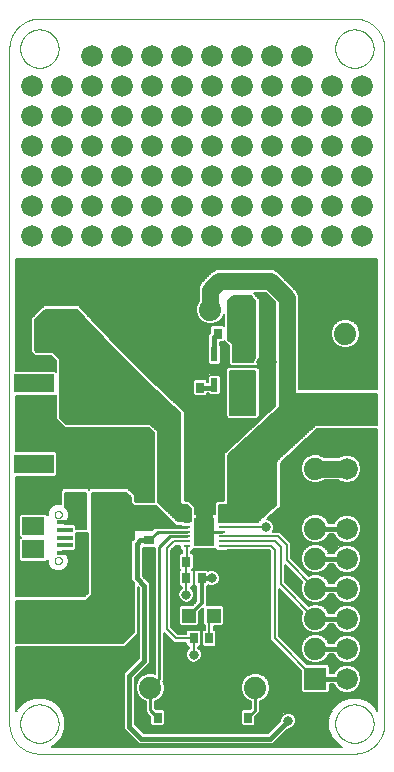
<source format=gtl>
G75*
%MOIN*%
%OFA0B0*%
%FSLAX25Y25*%
%IPPOS*%
%LPD*%
%AMOC8*
5,1,8,0,0,1.08239X$1,22.5*
%
%ADD10C,0.00000*%
%ADD11R,0.02205X0.00984*%
%ADD12R,0.07008X0.09252*%
%ADD13R,0.05315X0.01575*%
%ADD14R,0.07480X0.05906*%
%ADD15C,0.04331*%
%ADD16R,0.18110X0.03937*%
%ADD17R,0.13386X0.06299*%
%ADD18R,0.08000X0.08000*%
%ADD19C,0.08000*%
%ADD20C,0.07400*%
%ADD21R,0.10500X0.10000*%
%ADD22R,0.03000X0.05000*%
%ADD23R,0.05118X0.05906*%
%ADD24R,0.05906X0.05118*%
%ADD25R,0.02756X0.03543*%
%ADD26R,0.07400X0.07400*%
%ADD27R,0.04724X0.04724*%
%ADD28R,0.03543X0.02756*%
%ADD29R,0.02165X0.04724*%
%ADD30C,0.03200*%
%ADD31C,0.00600*%
%ADD32C,0.01000*%
%ADD33C,0.05600*%
%ADD34C,0.07200*%
%ADD35C,0.00800*%
%ADD36C,0.01600*%
%ADD37C,0.01200*%
D10*
X0007894Y0011300D02*
X0007894Y0236300D01*
X0007897Y0236542D01*
X0007906Y0236783D01*
X0007920Y0237024D01*
X0007941Y0237265D01*
X0007967Y0237505D01*
X0007999Y0237745D01*
X0008037Y0237984D01*
X0008080Y0238221D01*
X0008130Y0238458D01*
X0008185Y0238693D01*
X0008245Y0238927D01*
X0008312Y0239159D01*
X0008383Y0239390D01*
X0008461Y0239619D01*
X0008544Y0239846D01*
X0008632Y0240071D01*
X0008726Y0240294D01*
X0008825Y0240514D01*
X0008930Y0240732D01*
X0009039Y0240947D01*
X0009154Y0241160D01*
X0009274Y0241370D01*
X0009399Y0241576D01*
X0009529Y0241780D01*
X0009664Y0241981D01*
X0009804Y0242178D01*
X0009948Y0242372D01*
X0010097Y0242562D01*
X0010251Y0242748D01*
X0010409Y0242931D01*
X0010571Y0243110D01*
X0010738Y0243285D01*
X0010909Y0243456D01*
X0011084Y0243623D01*
X0011263Y0243785D01*
X0011446Y0243943D01*
X0011632Y0244097D01*
X0011822Y0244246D01*
X0012016Y0244390D01*
X0012213Y0244530D01*
X0012414Y0244665D01*
X0012618Y0244795D01*
X0012824Y0244920D01*
X0013034Y0245040D01*
X0013247Y0245155D01*
X0013462Y0245264D01*
X0013680Y0245369D01*
X0013900Y0245468D01*
X0014123Y0245562D01*
X0014348Y0245650D01*
X0014575Y0245733D01*
X0014804Y0245811D01*
X0015035Y0245882D01*
X0015267Y0245949D01*
X0015501Y0246009D01*
X0015736Y0246064D01*
X0015973Y0246114D01*
X0016210Y0246157D01*
X0016449Y0246195D01*
X0016689Y0246227D01*
X0016929Y0246253D01*
X0017170Y0246274D01*
X0017411Y0246288D01*
X0017652Y0246297D01*
X0017894Y0246300D01*
X0122894Y0246300D01*
X0123136Y0246297D01*
X0123377Y0246288D01*
X0123618Y0246274D01*
X0123859Y0246253D01*
X0124099Y0246227D01*
X0124339Y0246195D01*
X0124578Y0246157D01*
X0124815Y0246114D01*
X0125052Y0246064D01*
X0125287Y0246009D01*
X0125521Y0245949D01*
X0125753Y0245882D01*
X0125984Y0245811D01*
X0126213Y0245733D01*
X0126440Y0245650D01*
X0126665Y0245562D01*
X0126888Y0245468D01*
X0127108Y0245369D01*
X0127326Y0245264D01*
X0127541Y0245155D01*
X0127754Y0245040D01*
X0127964Y0244920D01*
X0128170Y0244795D01*
X0128374Y0244665D01*
X0128575Y0244530D01*
X0128772Y0244390D01*
X0128966Y0244246D01*
X0129156Y0244097D01*
X0129342Y0243943D01*
X0129525Y0243785D01*
X0129704Y0243623D01*
X0129879Y0243456D01*
X0130050Y0243285D01*
X0130217Y0243110D01*
X0130379Y0242931D01*
X0130537Y0242748D01*
X0130691Y0242562D01*
X0130840Y0242372D01*
X0130984Y0242178D01*
X0131124Y0241981D01*
X0131259Y0241780D01*
X0131389Y0241576D01*
X0131514Y0241370D01*
X0131634Y0241160D01*
X0131749Y0240947D01*
X0131858Y0240732D01*
X0131963Y0240514D01*
X0132062Y0240294D01*
X0132156Y0240071D01*
X0132244Y0239846D01*
X0132327Y0239619D01*
X0132405Y0239390D01*
X0132476Y0239159D01*
X0132543Y0238927D01*
X0132603Y0238693D01*
X0132658Y0238458D01*
X0132708Y0238221D01*
X0132751Y0237984D01*
X0132789Y0237745D01*
X0132821Y0237505D01*
X0132847Y0237265D01*
X0132868Y0237024D01*
X0132882Y0236783D01*
X0132891Y0236542D01*
X0132894Y0236300D01*
X0132894Y0011300D01*
X0132891Y0011058D01*
X0132882Y0010817D01*
X0132868Y0010576D01*
X0132847Y0010335D01*
X0132821Y0010095D01*
X0132789Y0009855D01*
X0132751Y0009616D01*
X0132708Y0009379D01*
X0132658Y0009142D01*
X0132603Y0008907D01*
X0132543Y0008673D01*
X0132476Y0008441D01*
X0132405Y0008210D01*
X0132327Y0007981D01*
X0132244Y0007754D01*
X0132156Y0007529D01*
X0132062Y0007306D01*
X0131963Y0007086D01*
X0131858Y0006868D01*
X0131749Y0006653D01*
X0131634Y0006440D01*
X0131514Y0006230D01*
X0131389Y0006024D01*
X0131259Y0005820D01*
X0131124Y0005619D01*
X0130984Y0005422D01*
X0130840Y0005228D01*
X0130691Y0005038D01*
X0130537Y0004852D01*
X0130379Y0004669D01*
X0130217Y0004490D01*
X0130050Y0004315D01*
X0129879Y0004144D01*
X0129704Y0003977D01*
X0129525Y0003815D01*
X0129342Y0003657D01*
X0129156Y0003503D01*
X0128966Y0003354D01*
X0128772Y0003210D01*
X0128575Y0003070D01*
X0128374Y0002935D01*
X0128170Y0002805D01*
X0127964Y0002680D01*
X0127754Y0002560D01*
X0127541Y0002445D01*
X0127326Y0002336D01*
X0127108Y0002231D01*
X0126888Y0002132D01*
X0126665Y0002038D01*
X0126440Y0001950D01*
X0126213Y0001867D01*
X0125984Y0001789D01*
X0125753Y0001718D01*
X0125521Y0001651D01*
X0125287Y0001591D01*
X0125052Y0001536D01*
X0124815Y0001486D01*
X0124578Y0001443D01*
X0124339Y0001405D01*
X0124099Y0001373D01*
X0123859Y0001347D01*
X0123618Y0001326D01*
X0123377Y0001312D01*
X0123136Y0001303D01*
X0122894Y0001300D01*
X0017894Y0001300D01*
X0017652Y0001303D01*
X0017411Y0001312D01*
X0017170Y0001326D01*
X0016929Y0001347D01*
X0016689Y0001373D01*
X0016449Y0001405D01*
X0016210Y0001443D01*
X0015973Y0001486D01*
X0015736Y0001536D01*
X0015501Y0001591D01*
X0015267Y0001651D01*
X0015035Y0001718D01*
X0014804Y0001789D01*
X0014575Y0001867D01*
X0014348Y0001950D01*
X0014123Y0002038D01*
X0013900Y0002132D01*
X0013680Y0002231D01*
X0013462Y0002336D01*
X0013247Y0002445D01*
X0013034Y0002560D01*
X0012824Y0002680D01*
X0012618Y0002805D01*
X0012414Y0002935D01*
X0012213Y0003070D01*
X0012016Y0003210D01*
X0011822Y0003354D01*
X0011632Y0003503D01*
X0011446Y0003657D01*
X0011263Y0003815D01*
X0011084Y0003977D01*
X0010909Y0004144D01*
X0010738Y0004315D01*
X0010571Y0004490D01*
X0010409Y0004669D01*
X0010251Y0004852D01*
X0010097Y0005038D01*
X0009948Y0005228D01*
X0009804Y0005422D01*
X0009664Y0005619D01*
X0009529Y0005820D01*
X0009399Y0006024D01*
X0009274Y0006230D01*
X0009154Y0006440D01*
X0009039Y0006653D01*
X0008930Y0006868D01*
X0008825Y0007086D01*
X0008726Y0007306D01*
X0008632Y0007529D01*
X0008544Y0007754D01*
X0008461Y0007981D01*
X0008383Y0008210D01*
X0008312Y0008441D01*
X0008245Y0008673D01*
X0008185Y0008907D01*
X0008130Y0009142D01*
X0008080Y0009379D01*
X0008037Y0009616D01*
X0007999Y0009855D01*
X0007967Y0010095D01*
X0007941Y0010335D01*
X0007920Y0010576D01*
X0007906Y0010817D01*
X0007897Y0011058D01*
X0007894Y0011300D01*
X0011494Y0011300D02*
X0011496Y0011460D01*
X0011502Y0011619D01*
X0011512Y0011778D01*
X0011526Y0011937D01*
X0011544Y0012096D01*
X0011565Y0012254D01*
X0011591Y0012411D01*
X0011621Y0012568D01*
X0011654Y0012724D01*
X0011692Y0012879D01*
X0011733Y0013033D01*
X0011778Y0013186D01*
X0011827Y0013338D01*
X0011880Y0013489D01*
X0011936Y0013638D01*
X0011997Y0013786D01*
X0012060Y0013932D01*
X0012128Y0014077D01*
X0012199Y0014220D01*
X0012273Y0014361D01*
X0012351Y0014500D01*
X0012433Y0014637D01*
X0012518Y0014772D01*
X0012606Y0014905D01*
X0012698Y0015036D01*
X0012792Y0015164D01*
X0012890Y0015290D01*
X0012991Y0015414D01*
X0013095Y0015535D01*
X0013202Y0015653D01*
X0013312Y0015769D01*
X0013425Y0015882D01*
X0013541Y0015992D01*
X0013659Y0016099D01*
X0013780Y0016203D01*
X0013904Y0016304D01*
X0014030Y0016402D01*
X0014158Y0016496D01*
X0014289Y0016588D01*
X0014422Y0016676D01*
X0014557Y0016761D01*
X0014694Y0016843D01*
X0014833Y0016921D01*
X0014974Y0016995D01*
X0015117Y0017066D01*
X0015262Y0017134D01*
X0015408Y0017197D01*
X0015556Y0017258D01*
X0015705Y0017314D01*
X0015856Y0017367D01*
X0016008Y0017416D01*
X0016161Y0017461D01*
X0016315Y0017502D01*
X0016470Y0017540D01*
X0016626Y0017573D01*
X0016783Y0017603D01*
X0016940Y0017629D01*
X0017098Y0017650D01*
X0017257Y0017668D01*
X0017416Y0017682D01*
X0017575Y0017692D01*
X0017734Y0017698D01*
X0017894Y0017700D01*
X0018054Y0017698D01*
X0018213Y0017692D01*
X0018372Y0017682D01*
X0018531Y0017668D01*
X0018690Y0017650D01*
X0018848Y0017629D01*
X0019005Y0017603D01*
X0019162Y0017573D01*
X0019318Y0017540D01*
X0019473Y0017502D01*
X0019627Y0017461D01*
X0019780Y0017416D01*
X0019932Y0017367D01*
X0020083Y0017314D01*
X0020232Y0017258D01*
X0020380Y0017197D01*
X0020526Y0017134D01*
X0020671Y0017066D01*
X0020814Y0016995D01*
X0020955Y0016921D01*
X0021094Y0016843D01*
X0021231Y0016761D01*
X0021366Y0016676D01*
X0021499Y0016588D01*
X0021630Y0016496D01*
X0021758Y0016402D01*
X0021884Y0016304D01*
X0022008Y0016203D01*
X0022129Y0016099D01*
X0022247Y0015992D01*
X0022363Y0015882D01*
X0022476Y0015769D01*
X0022586Y0015653D01*
X0022693Y0015535D01*
X0022797Y0015414D01*
X0022898Y0015290D01*
X0022996Y0015164D01*
X0023090Y0015036D01*
X0023182Y0014905D01*
X0023270Y0014772D01*
X0023355Y0014637D01*
X0023437Y0014500D01*
X0023515Y0014361D01*
X0023589Y0014220D01*
X0023660Y0014077D01*
X0023728Y0013932D01*
X0023791Y0013786D01*
X0023852Y0013638D01*
X0023908Y0013489D01*
X0023961Y0013338D01*
X0024010Y0013186D01*
X0024055Y0013033D01*
X0024096Y0012879D01*
X0024134Y0012724D01*
X0024167Y0012568D01*
X0024197Y0012411D01*
X0024223Y0012254D01*
X0024244Y0012096D01*
X0024262Y0011937D01*
X0024276Y0011778D01*
X0024286Y0011619D01*
X0024292Y0011460D01*
X0024294Y0011300D01*
X0024292Y0011140D01*
X0024286Y0010981D01*
X0024276Y0010822D01*
X0024262Y0010663D01*
X0024244Y0010504D01*
X0024223Y0010346D01*
X0024197Y0010189D01*
X0024167Y0010032D01*
X0024134Y0009876D01*
X0024096Y0009721D01*
X0024055Y0009567D01*
X0024010Y0009414D01*
X0023961Y0009262D01*
X0023908Y0009111D01*
X0023852Y0008962D01*
X0023791Y0008814D01*
X0023728Y0008668D01*
X0023660Y0008523D01*
X0023589Y0008380D01*
X0023515Y0008239D01*
X0023437Y0008100D01*
X0023355Y0007963D01*
X0023270Y0007828D01*
X0023182Y0007695D01*
X0023090Y0007564D01*
X0022996Y0007436D01*
X0022898Y0007310D01*
X0022797Y0007186D01*
X0022693Y0007065D01*
X0022586Y0006947D01*
X0022476Y0006831D01*
X0022363Y0006718D01*
X0022247Y0006608D01*
X0022129Y0006501D01*
X0022008Y0006397D01*
X0021884Y0006296D01*
X0021758Y0006198D01*
X0021630Y0006104D01*
X0021499Y0006012D01*
X0021366Y0005924D01*
X0021231Y0005839D01*
X0021094Y0005757D01*
X0020955Y0005679D01*
X0020814Y0005605D01*
X0020671Y0005534D01*
X0020526Y0005466D01*
X0020380Y0005403D01*
X0020232Y0005342D01*
X0020083Y0005286D01*
X0019932Y0005233D01*
X0019780Y0005184D01*
X0019627Y0005139D01*
X0019473Y0005098D01*
X0019318Y0005060D01*
X0019162Y0005027D01*
X0019005Y0004997D01*
X0018848Y0004971D01*
X0018690Y0004950D01*
X0018531Y0004932D01*
X0018372Y0004918D01*
X0018213Y0004908D01*
X0018054Y0004902D01*
X0017894Y0004900D01*
X0017734Y0004902D01*
X0017575Y0004908D01*
X0017416Y0004918D01*
X0017257Y0004932D01*
X0017098Y0004950D01*
X0016940Y0004971D01*
X0016783Y0004997D01*
X0016626Y0005027D01*
X0016470Y0005060D01*
X0016315Y0005098D01*
X0016161Y0005139D01*
X0016008Y0005184D01*
X0015856Y0005233D01*
X0015705Y0005286D01*
X0015556Y0005342D01*
X0015408Y0005403D01*
X0015262Y0005466D01*
X0015117Y0005534D01*
X0014974Y0005605D01*
X0014833Y0005679D01*
X0014694Y0005757D01*
X0014557Y0005839D01*
X0014422Y0005924D01*
X0014289Y0006012D01*
X0014158Y0006104D01*
X0014030Y0006198D01*
X0013904Y0006296D01*
X0013780Y0006397D01*
X0013659Y0006501D01*
X0013541Y0006608D01*
X0013425Y0006718D01*
X0013312Y0006831D01*
X0013202Y0006947D01*
X0013095Y0007065D01*
X0012991Y0007186D01*
X0012890Y0007310D01*
X0012792Y0007436D01*
X0012698Y0007564D01*
X0012606Y0007695D01*
X0012518Y0007828D01*
X0012433Y0007963D01*
X0012351Y0008100D01*
X0012273Y0008239D01*
X0012199Y0008380D01*
X0012128Y0008523D01*
X0012060Y0008668D01*
X0011997Y0008814D01*
X0011936Y0008962D01*
X0011880Y0009111D01*
X0011827Y0009262D01*
X0011778Y0009414D01*
X0011733Y0009567D01*
X0011692Y0009721D01*
X0011654Y0009876D01*
X0011621Y0010032D01*
X0011591Y0010189D01*
X0011565Y0010346D01*
X0011544Y0010504D01*
X0011526Y0010663D01*
X0011512Y0010822D01*
X0011502Y0010981D01*
X0011496Y0011140D01*
X0011494Y0011300D01*
X0022980Y0065623D02*
X0022982Y0065692D01*
X0022988Y0065760D01*
X0022998Y0065828D01*
X0023012Y0065895D01*
X0023030Y0065962D01*
X0023051Y0066027D01*
X0023077Y0066091D01*
X0023106Y0066153D01*
X0023138Y0066213D01*
X0023174Y0066272D01*
X0023214Y0066328D01*
X0023256Y0066382D01*
X0023302Y0066433D01*
X0023351Y0066482D01*
X0023402Y0066528D01*
X0023456Y0066570D01*
X0023512Y0066610D01*
X0023570Y0066646D01*
X0023631Y0066678D01*
X0023693Y0066707D01*
X0023757Y0066733D01*
X0023822Y0066754D01*
X0023889Y0066772D01*
X0023956Y0066786D01*
X0024024Y0066796D01*
X0024092Y0066802D01*
X0024161Y0066804D01*
X0024230Y0066802D01*
X0024298Y0066796D01*
X0024366Y0066786D01*
X0024433Y0066772D01*
X0024500Y0066754D01*
X0024565Y0066733D01*
X0024629Y0066707D01*
X0024691Y0066678D01*
X0024751Y0066646D01*
X0024810Y0066610D01*
X0024866Y0066570D01*
X0024920Y0066528D01*
X0024971Y0066482D01*
X0025020Y0066433D01*
X0025066Y0066382D01*
X0025108Y0066328D01*
X0025148Y0066272D01*
X0025184Y0066213D01*
X0025216Y0066153D01*
X0025245Y0066091D01*
X0025271Y0066027D01*
X0025292Y0065962D01*
X0025310Y0065895D01*
X0025324Y0065828D01*
X0025334Y0065760D01*
X0025340Y0065692D01*
X0025342Y0065623D01*
X0025340Y0065554D01*
X0025334Y0065486D01*
X0025324Y0065418D01*
X0025310Y0065351D01*
X0025292Y0065284D01*
X0025271Y0065219D01*
X0025245Y0065155D01*
X0025216Y0065093D01*
X0025184Y0065032D01*
X0025148Y0064974D01*
X0025108Y0064918D01*
X0025066Y0064864D01*
X0025020Y0064813D01*
X0024971Y0064764D01*
X0024920Y0064718D01*
X0024866Y0064676D01*
X0024810Y0064636D01*
X0024752Y0064600D01*
X0024691Y0064568D01*
X0024629Y0064539D01*
X0024565Y0064513D01*
X0024500Y0064492D01*
X0024433Y0064474D01*
X0024366Y0064460D01*
X0024298Y0064450D01*
X0024230Y0064444D01*
X0024161Y0064442D01*
X0024092Y0064444D01*
X0024024Y0064450D01*
X0023956Y0064460D01*
X0023889Y0064474D01*
X0023822Y0064492D01*
X0023757Y0064513D01*
X0023693Y0064539D01*
X0023631Y0064568D01*
X0023570Y0064600D01*
X0023512Y0064636D01*
X0023456Y0064676D01*
X0023402Y0064718D01*
X0023351Y0064764D01*
X0023302Y0064813D01*
X0023256Y0064864D01*
X0023214Y0064918D01*
X0023174Y0064974D01*
X0023138Y0065032D01*
X0023106Y0065093D01*
X0023077Y0065155D01*
X0023051Y0065219D01*
X0023030Y0065284D01*
X0023012Y0065351D01*
X0022998Y0065418D01*
X0022988Y0065486D01*
X0022982Y0065554D01*
X0022980Y0065623D01*
X0022980Y0080977D02*
X0022982Y0081046D01*
X0022988Y0081114D01*
X0022998Y0081182D01*
X0023012Y0081249D01*
X0023030Y0081316D01*
X0023051Y0081381D01*
X0023077Y0081445D01*
X0023106Y0081507D01*
X0023138Y0081567D01*
X0023174Y0081626D01*
X0023214Y0081682D01*
X0023256Y0081736D01*
X0023302Y0081787D01*
X0023351Y0081836D01*
X0023402Y0081882D01*
X0023456Y0081924D01*
X0023512Y0081964D01*
X0023570Y0082000D01*
X0023631Y0082032D01*
X0023693Y0082061D01*
X0023757Y0082087D01*
X0023822Y0082108D01*
X0023889Y0082126D01*
X0023956Y0082140D01*
X0024024Y0082150D01*
X0024092Y0082156D01*
X0024161Y0082158D01*
X0024230Y0082156D01*
X0024298Y0082150D01*
X0024366Y0082140D01*
X0024433Y0082126D01*
X0024500Y0082108D01*
X0024565Y0082087D01*
X0024629Y0082061D01*
X0024691Y0082032D01*
X0024751Y0082000D01*
X0024810Y0081964D01*
X0024866Y0081924D01*
X0024920Y0081882D01*
X0024971Y0081836D01*
X0025020Y0081787D01*
X0025066Y0081736D01*
X0025108Y0081682D01*
X0025148Y0081626D01*
X0025184Y0081567D01*
X0025216Y0081507D01*
X0025245Y0081445D01*
X0025271Y0081381D01*
X0025292Y0081316D01*
X0025310Y0081249D01*
X0025324Y0081182D01*
X0025334Y0081114D01*
X0025340Y0081046D01*
X0025342Y0080977D01*
X0025340Y0080908D01*
X0025334Y0080840D01*
X0025324Y0080772D01*
X0025310Y0080705D01*
X0025292Y0080638D01*
X0025271Y0080573D01*
X0025245Y0080509D01*
X0025216Y0080447D01*
X0025184Y0080386D01*
X0025148Y0080328D01*
X0025108Y0080272D01*
X0025066Y0080218D01*
X0025020Y0080167D01*
X0024971Y0080118D01*
X0024920Y0080072D01*
X0024866Y0080030D01*
X0024810Y0079990D01*
X0024752Y0079954D01*
X0024691Y0079922D01*
X0024629Y0079893D01*
X0024565Y0079867D01*
X0024500Y0079846D01*
X0024433Y0079828D01*
X0024366Y0079814D01*
X0024298Y0079804D01*
X0024230Y0079798D01*
X0024161Y0079796D01*
X0024092Y0079798D01*
X0024024Y0079804D01*
X0023956Y0079814D01*
X0023889Y0079828D01*
X0023822Y0079846D01*
X0023757Y0079867D01*
X0023693Y0079893D01*
X0023631Y0079922D01*
X0023570Y0079954D01*
X0023512Y0079990D01*
X0023456Y0080030D01*
X0023402Y0080072D01*
X0023351Y0080118D01*
X0023302Y0080167D01*
X0023256Y0080218D01*
X0023214Y0080272D01*
X0023174Y0080328D01*
X0023138Y0080386D01*
X0023106Y0080447D01*
X0023077Y0080509D01*
X0023051Y0080573D01*
X0023030Y0080638D01*
X0023012Y0080705D01*
X0022998Y0080772D01*
X0022988Y0080840D01*
X0022982Y0080908D01*
X0022980Y0080977D01*
X0011494Y0236300D02*
X0011496Y0236460D01*
X0011502Y0236619D01*
X0011512Y0236778D01*
X0011526Y0236937D01*
X0011544Y0237096D01*
X0011565Y0237254D01*
X0011591Y0237411D01*
X0011621Y0237568D01*
X0011654Y0237724D01*
X0011692Y0237879D01*
X0011733Y0238033D01*
X0011778Y0238186D01*
X0011827Y0238338D01*
X0011880Y0238489D01*
X0011936Y0238638D01*
X0011997Y0238786D01*
X0012060Y0238932D01*
X0012128Y0239077D01*
X0012199Y0239220D01*
X0012273Y0239361D01*
X0012351Y0239500D01*
X0012433Y0239637D01*
X0012518Y0239772D01*
X0012606Y0239905D01*
X0012698Y0240036D01*
X0012792Y0240164D01*
X0012890Y0240290D01*
X0012991Y0240414D01*
X0013095Y0240535D01*
X0013202Y0240653D01*
X0013312Y0240769D01*
X0013425Y0240882D01*
X0013541Y0240992D01*
X0013659Y0241099D01*
X0013780Y0241203D01*
X0013904Y0241304D01*
X0014030Y0241402D01*
X0014158Y0241496D01*
X0014289Y0241588D01*
X0014422Y0241676D01*
X0014557Y0241761D01*
X0014694Y0241843D01*
X0014833Y0241921D01*
X0014974Y0241995D01*
X0015117Y0242066D01*
X0015262Y0242134D01*
X0015408Y0242197D01*
X0015556Y0242258D01*
X0015705Y0242314D01*
X0015856Y0242367D01*
X0016008Y0242416D01*
X0016161Y0242461D01*
X0016315Y0242502D01*
X0016470Y0242540D01*
X0016626Y0242573D01*
X0016783Y0242603D01*
X0016940Y0242629D01*
X0017098Y0242650D01*
X0017257Y0242668D01*
X0017416Y0242682D01*
X0017575Y0242692D01*
X0017734Y0242698D01*
X0017894Y0242700D01*
X0018054Y0242698D01*
X0018213Y0242692D01*
X0018372Y0242682D01*
X0018531Y0242668D01*
X0018690Y0242650D01*
X0018848Y0242629D01*
X0019005Y0242603D01*
X0019162Y0242573D01*
X0019318Y0242540D01*
X0019473Y0242502D01*
X0019627Y0242461D01*
X0019780Y0242416D01*
X0019932Y0242367D01*
X0020083Y0242314D01*
X0020232Y0242258D01*
X0020380Y0242197D01*
X0020526Y0242134D01*
X0020671Y0242066D01*
X0020814Y0241995D01*
X0020955Y0241921D01*
X0021094Y0241843D01*
X0021231Y0241761D01*
X0021366Y0241676D01*
X0021499Y0241588D01*
X0021630Y0241496D01*
X0021758Y0241402D01*
X0021884Y0241304D01*
X0022008Y0241203D01*
X0022129Y0241099D01*
X0022247Y0240992D01*
X0022363Y0240882D01*
X0022476Y0240769D01*
X0022586Y0240653D01*
X0022693Y0240535D01*
X0022797Y0240414D01*
X0022898Y0240290D01*
X0022996Y0240164D01*
X0023090Y0240036D01*
X0023182Y0239905D01*
X0023270Y0239772D01*
X0023355Y0239637D01*
X0023437Y0239500D01*
X0023515Y0239361D01*
X0023589Y0239220D01*
X0023660Y0239077D01*
X0023728Y0238932D01*
X0023791Y0238786D01*
X0023852Y0238638D01*
X0023908Y0238489D01*
X0023961Y0238338D01*
X0024010Y0238186D01*
X0024055Y0238033D01*
X0024096Y0237879D01*
X0024134Y0237724D01*
X0024167Y0237568D01*
X0024197Y0237411D01*
X0024223Y0237254D01*
X0024244Y0237096D01*
X0024262Y0236937D01*
X0024276Y0236778D01*
X0024286Y0236619D01*
X0024292Y0236460D01*
X0024294Y0236300D01*
X0024292Y0236140D01*
X0024286Y0235981D01*
X0024276Y0235822D01*
X0024262Y0235663D01*
X0024244Y0235504D01*
X0024223Y0235346D01*
X0024197Y0235189D01*
X0024167Y0235032D01*
X0024134Y0234876D01*
X0024096Y0234721D01*
X0024055Y0234567D01*
X0024010Y0234414D01*
X0023961Y0234262D01*
X0023908Y0234111D01*
X0023852Y0233962D01*
X0023791Y0233814D01*
X0023728Y0233668D01*
X0023660Y0233523D01*
X0023589Y0233380D01*
X0023515Y0233239D01*
X0023437Y0233100D01*
X0023355Y0232963D01*
X0023270Y0232828D01*
X0023182Y0232695D01*
X0023090Y0232564D01*
X0022996Y0232436D01*
X0022898Y0232310D01*
X0022797Y0232186D01*
X0022693Y0232065D01*
X0022586Y0231947D01*
X0022476Y0231831D01*
X0022363Y0231718D01*
X0022247Y0231608D01*
X0022129Y0231501D01*
X0022008Y0231397D01*
X0021884Y0231296D01*
X0021758Y0231198D01*
X0021630Y0231104D01*
X0021499Y0231012D01*
X0021366Y0230924D01*
X0021231Y0230839D01*
X0021094Y0230757D01*
X0020955Y0230679D01*
X0020814Y0230605D01*
X0020671Y0230534D01*
X0020526Y0230466D01*
X0020380Y0230403D01*
X0020232Y0230342D01*
X0020083Y0230286D01*
X0019932Y0230233D01*
X0019780Y0230184D01*
X0019627Y0230139D01*
X0019473Y0230098D01*
X0019318Y0230060D01*
X0019162Y0230027D01*
X0019005Y0229997D01*
X0018848Y0229971D01*
X0018690Y0229950D01*
X0018531Y0229932D01*
X0018372Y0229918D01*
X0018213Y0229908D01*
X0018054Y0229902D01*
X0017894Y0229900D01*
X0017734Y0229902D01*
X0017575Y0229908D01*
X0017416Y0229918D01*
X0017257Y0229932D01*
X0017098Y0229950D01*
X0016940Y0229971D01*
X0016783Y0229997D01*
X0016626Y0230027D01*
X0016470Y0230060D01*
X0016315Y0230098D01*
X0016161Y0230139D01*
X0016008Y0230184D01*
X0015856Y0230233D01*
X0015705Y0230286D01*
X0015556Y0230342D01*
X0015408Y0230403D01*
X0015262Y0230466D01*
X0015117Y0230534D01*
X0014974Y0230605D01*
X0014833Y0230679D01*
X0014694Y0230757D01*
X0014557Y0230839D01*
X0014422Y0230924D01*
X0014289Y0231012D01*
X0014158Y0231104D01*
X0014030Y0231198D01*
X0013904Y0231296D01*
X0013780Y0231397D01*
X0013659Y0231501D01*
X0013541Y0231608D01*
X0013425Y0231718D01*
X0013312Y0231831D01*
X0013202Y0231947D01*
X0013095Y0232065D01*
X0012991Y0232186D01*
X0012890Y0232310D01*
X0012792Y0232436D01*
X0012698Y0232564D01*
X0012606Y0232695D01*
X0012518Y0232828D01*
X0012433Y0232963D01*
X0012351Y0233100D01*
X0012273Y0233239D01*
X0012199Y0233380D01*
X0012128Y0233523D01*
X0012060Y0233668D01*
X0011997Y0233814D01*
X0011936Y0233962D01*
X0011880Y0234111D01*
X0011827Y0234262D01*
X0011778Y0234414D01*
X0011733Y0234567D01*
X0011692Y0234721D01*
X0011654Y0234876D01*
X0011621Y0235032D01*
X0011591Y0235189D01*
X0011565Y0235346D01*
X0011544Y0235504D01*
X0011526Y0235663D01*
X0011512Y0235822D01*
X0011502Y0235981D01*
X0011496Y0236140D01*
X0011494Y0236300D01*
X0116494Y0236300D02*
X0116496Y0236460D01*
X0116502Y0236619D01*
X0116512Y0236778D01*
X0116526Y0236937D01*
X0116544Y0237096D01*
X0116565Y0237254D01*
X0116591Y0237411D01*
X0116621Y0237568D01*
X0116654Y0237724D01*
X0116692Y0237879D01*
X0116733Y0238033D01*
X0116778Y0238186D01*
X0116827Y0238338D01*
X0116880Y0238489D01*
X0116936Y0238638D01*
X0116997Y0238786D01*
X0117060Y0238932D01*
X0117128Y0239077D01*
X0117199Y0239220D01*
X0117273Y0239361D01*
X0117351Y0239500D01*
X0117433Y0239637D01*
X0117518Y0239772D01*
X0117606Y0239905D01*
X0117698Y0240036D01*
X0117792Y0240164D01*
X0117890Y0240290D01*
X0117991Y0240414D01*
X0118095Y0240535D01*
X0118202Y0240653D01*
X0118312Y0240769D01*
X0118425Y0240882D01*
X0118541Y0240992D01*
X0118659Y0241099D01*
X0118780Y0241203D01*
X0118904Y0241304D01*
X0119030Y0241402D01*
X0119158Y0241496D01*
X0119289Y0241588D01*
X0119422Y0241676D01*
X0119557Y0241761D01*
X0119694Y0241843D01*
X0119833Y0241921D01*
X0119974Y0241995D01*
X0120117Y0242066D01*
X0120262Y0242134D01*
X0120408Y0242197D01*
X0120556Y0242258D01*
X0120705Y0242314D01*
X0120856Y0242367D01*
X0121008Y0242416D01*
X0121161Y0242461D01*
X0121315Y0242502D01*
X0121470Y0242540D01*
X0121626Y0242573D01*
X0121783Y0242603D01*
X0121940Y0242629D01*
X0122098Y0242650D01*
X0122257Y0242668D01*
X0122416Y0242682D01*
X0122575Y0242692D01*
X0122734Y0242698D01*
X0122894Y0242700D01*
X0123054Y0242698D01*
X0123213Y0242692D01*
X0123372Y0242682D01*
X0123531Y0242668D01*
X0123690Y0242650D01*
X0123848Y0242629D01*
X0124005Y0242603D01*
X0124162Y0242573D01*
X0124318Y0242540D01*
X0124473Y0242502D01*
X0124627Y0242461D01*
X0124780Y0242416D01*
X0124932Y0242367D01*
X0125083Y0242314D01*
X0125232Y0242258D01*
X0125380Y0242197D01*
X0125526Y0242134D01*
X0125671Y0242066D01*
X0125814Y0241995D01*
X0125955Y0241921D01*
X0126094Y0241843D01*
X0126231Y0241761D01*
X0126366Y0241676D01*
X0126499Y0241588D01*
X0126630Y0241496D01*
X0126758Y0241402D01*
X0126884Y0241304D01*
X0127008Y0241203D01*
X0127129Y0241099D01*
X0127247Y0240992D01*
X0127363Y0240882D01*
X0127476Y0240769D01*
X0127586Y0240653D01*
X0127693Y0240535D01*
X0127797Y0240414D01*
X0127898Y0240290D01*
X0127996Y0240164D01*
X0128090Y0240036D01*
X0128182Y0239905D01*
X0128270Y0239772D01*
X0128355Y0239637D01*
X0128437Y0239500D01*
X0128515Y0239361D01*
X0128589Y0239220D01*
X0128660Y0239077D01*
X0128728Y0238932D01*
X0128791Y0238786D01*
X0128852Y0238638D01*
X0128908Y0238489D01*
X0128961Y0238338D01*
X0129010Y0238186D01*
X0129055Y0238033D01*
X0129096Y0237879D01*
X0129134Y0237724D01*
X0129167Y0237568D01*
X0129197Y0237411D01*
X0129223Y0237254D01*
X0129244Y0237096D01*
X0129262Y0236937D01*
X0129276Y0236778D01*
X0129286Y0236619D01*
X0129292Y0236460D01*
X0129294Y0236300D01*
X0129292Y0236140D01*
X0129286Y0235981D01*
X0129276Y0235822D01*
X0129262Y0235663D01*
X0129244Y0235504D01*
X0129223Y0235346D01*
X0129197Y0235189D01*
X0129167Y0235032D01*
X0129134Y0234876D01*
X0129096Y0234721D01*
X0129055Y0234567D01*
X0129010Y0234414D01*
X0128961Y0234262D01*
X0128908Y0234111D01*
X0128852Y0233962D01*
X0128791Y0233814D01*
X0128728Y0233668D01*
X0128660Y0233523D01*
X0128589Y0233380D01*
X0128515Y0233239D01*
X0128437Y0233100D01*
X0128355Y0232963D01*
X0128270Y0232828D01*
X0128182Y0232695D01*
X0128090Y0232564D01*
X0127996Y0232436D01*
X0127898Y0232310D01*
X0127797Y0232186D01*
X0127693Y0232065D01*
X0127586Y0231947D01*
X0127476Y0231831D01*
X0127363Y0231718D01*
X0127247Y0231608D01*
X0127129Y0231501D01*
X0127008Y0231397D01*
X0126884Y0231296D01*
X0126758Y0231198D01*
X0126630Y0231104D01*
X0126499Y0231012D01*
X0126366Y0230924D01*
X0126231Y0230839D01*
X0126094Y0230757D01*
X0125955Y0230679D01*
X0125814Y0230605D01*
X0125671Y0230534D01*
X0125526Y0230466D01*
X0125380Y0230403D01*
X0125232Y0230342D01*
X0125083Y0230286D01*
X0124932Y0230233D01*
X0124780Y0230184D01*
X0124627Y0230139D01*
X0124473Y0230098D01*
X0124318Y0230060D01*
X0124162Y0230027D01*
X0124005Y0229997D01*
X0123848Y0229971D01*
X0123690Y0229950D01*
X0123531Y0229932D01*
X0123372Y0229918D01*
X0123213Y0229908D01*
X0123054Y0229902D01*
X0122894Y0229900D01*
X0122734Y0229902D01*
X0122575Y0229908D01*
X0122416Y0229918D01*
X0122257Y0229932D01*
X0122098Y0229950D01*
X0121940Y0229971D01*
X0121783Y0229997D01*
X0121626Y0230027D01*
X0121470Y0230060D01*
X0121315Y0230098D01*
X0121161Y0230139D01*
X0121008Y0230184D01*
X0120856Y0230233D01*
X0120705Y0230286D01*
X0120556Y0230342D01*
X0120408Y0230403D01*
X0120262Y0230466D01*
X0120117Y0230534D01*
X0119974Y0230605D01*
X0119833Y0230679D01*
X0119694Y0230757D01*
X0119557Y0230839D01*
X0119422Y0230924D01*
X0119289Y0231012D01*
X0119158Y0231104D01*
X0119030Y0231198D01*
X0118904Y0231296D01*
X0118780Y0231397D01*
X0118659Y0231501D01*
X0118541Y0231608D01*
X0118425Y0231718D01*
X0118312Y0231831D01*
X0118202Y0231947D01*
X0118095Y0232065D01*
X0117991Y0232186D01*
X0117890Y0232310D01*
X0117792Y0232436D01*
X0117698Y0232564D01*
X0117606Y0232695D01*
X0117518Y0232828D01*
X0117433Y0232963D01*
X0117351Y0233100D01*
X0117273Y0233239D01*
X0117199Y0233380D01*
X0117128Y0233523D01*
X0117060Y0233668D01*
X0116997Y0233814D01*
X0116936Y0233962D01*
X0116880Y0234111D01*
X0116827Y0234262D01*
X0116778Y0234414D01*
X0116733Y0234567D01*
X0116692Y0234721D01*
X0116654Y0234876D01*
X0116621Y0235032D01*
X0116591Y0235189D01*
X0116565Y0235346D01*
X0116544Y0235504D01*
X0116526Y0235663D01*
X0116512Y0235822D01*
X0116502Y0235981D01*
X0116496Y0236140D01*
X0116494Y0236300D01*
X0116494Y0011300D02*
X0116496Y0011460D01*
X0116502Y0011619D01*
X0116512Y0011778D01*
X0116526Y0011937D01*
X0116544Y0012096D01*
X0116565Y0012254D01*
X0116591Y0012411D01*
X0116621Y0012568D01*
X0116654Y0012724D01*
X0116692Y0012879D01*
X0116733Y0013033D01*
X0116778Y0013186D01*
X0116827Y0013338D01*
X0116880Y0013489D01*
X0116936Y0013638D01*
X0116997Y0013786D01*
X0117060Y0013932D01*
X0117128Y0014077D01*
X0117199Y0014220D01*
X0117273Y0014361D01*
X0117351Y0014500D01*
X0117433Y0014637D01*
X0117518Y0014772D01*
X0117606Y0014905D01*
X0117698Y0015036D01*
X0117792Y0015164D01*
X0117890Y0015290D01*
X0117991Y0015414D01*
X0118095Y0015535D01*
X0118202Y0015653D01*
X0118312Y0015769D01*
X0118425Y0015882D01*
X0118541Y0015992D01*
X0118659Y0016099D01*
X0118780Y0016203D01*
X0118904Y0016304D01*
X0119030Y0016402D01*
X0119158Y0016496D01*
X0119289Y0016588D01*
X0119422Y0016676D01*
X0119557Y0016761D01*
X0119694Y0016843D01*
X0119833Y0016921D01*
X0119974Y0016995D01*
X0120117Y0017066D01*
X0120262Y0017134D01*
X0120408Y0017197D01*
X0120556Y0017258D01*
X0120705Y0017314D01*
X0120856Y0017367D01*
X0121008Y0017416D01*
X0121161Y0017461D01*
X0121315Y0017502D01*
X0121470Y0017540D01*
X0121626Y0017573D01*
X0121783Y0017603D01*
X0121940Y0017629D01*
X0122098Y0017650D01*
X0122257Y0017668D01*
X0122416Y0017682D01*
X0122575Y0017692D01*
X0122734Y0017698D01*
X0122894Y0017700D01*
X0123054Y0017698D01*
X0123213Y0017692D01*
X0123372Y0017682D01*
X0123531Y0017668D01*
X0123690Y0017650D01*
X0123848Y0017629D01*
X0124005Y0017603D01*
X0124162Y0017573D01*
X0124318Y0017540D01*
X0124473Y0017502D01*
X0124627Y0017461D01*
X0124780Y0017416D01*
X0124932Y0017367D01*
X0125083Y0017314D01*
X0125232Y0017258D01*
X0125380Y0017197D01*
X0125526Y0017134D01*
X0125671Y0017066D01*
X0125814Y0016995D01*
X0125955Y0016921D01*
X0126094Y0016843D01*
X0126231Y0016761D01*
X0126366Y0016676D01*
X0126499Y0016588D01*
X0126630Y0016496D01*
X0126758Y0016402D01*
X0126884Y0016304D01*
X0127008Y0016203D01*
X0127129Y0016099D01*
X0127247Y0015992D01*
X0127363Y0015882D01*
X0127476Y0015769D01*
X0127586Y0015653D01*
X0127693Y0015535D01*
X0127797Y0015414D01*
X0127898Y0015290D01*
X0127996Y0015164D01*
X0128090Y0015036D01*
X0128182Y0014905D01*
X0128270Y0014772D01*
X0128355Y0014637D01*
X0128437Y0014500D01*
X0128515Y0014361D01*
X0128589Y0014220D01*
X0128660Y0014077D01*
X0128728Y0013932D01*
X0128791Y0013786D01*
X0128852Y0013638D01*
X0128908Y0013489D01*
X0128961Y0013338D01*
X0129010Y0013186D01*
X0129055Y0013033D01*
X0129096Y0012879D01*
X0129134Y0012724D01*
X0129167Y0012568D01*
X0129197Y0012411D01*
X0129223Y0012254D01*
X0129244Y0012096D01*
X0129262Y0011937D01*
X0129276Y0011778D01*
X0129286Y0011619D01*
X0129292Y0011460D01*
X0129294Y0011300D01*
X0129292Y0011140D01*
X0129286Y0010981D01*
X0129276Y0010822D01*
X0129262Y0010663D01*
X0129244Y0010504D01*
X0129223Y0010346D01*
X0129197Y0010189D01*
X0129167Y0010032D01*
X0129134Y0009876D01*
X0129096Y0009721D01*
X0129055Y0009567D01*
X0129010Y0009414D01*
X0128961Y0009262D01*
X0128908Y0009111D01*
X0128852Y0008962D01*
X0128791Y0008814D01*
X0128728Y0008668D01*
X0128660Y0008523D01*
X0128589Y0008380D01*
X0128515Y0008239D01*
X0128437Y0008100D01*
X0128355Y0007963D01*
X0128270Y0007828D01*
X0128182Y0007695D01*
X0128090Y0007564D01*
X0127996Y0007436D01*
X0127898Y0007310D01*
X0127797Y0007186D01*
X0127693Y0007065D01*
X0127586Y0006947D01*
X0127476Y0006831D01*
X0127363Y0006718D01*
X0127247Y0006608D01*
X0127129Y0006501D01*
X0127008Y0006397D01*
X0126884Y0006296D01*
X0126758Y0006198D01*
X0126630Y0006104D01*
X0126499Y0006012D01*
X0126366Y0005924D01*
X0126231Y0005839D01*
X0126094Y0005757D01*
X0125955Y0005679D01*
X0125814Y0005605D01*
X0125671Y0005534D01*
X0125526Y0005466D01*
X0125380Y0005403D01*
X0125232Y0005342D01*
X0125083Y0005286D01*
X0124932Y0005233D01*
X0124780Y0005184D01*
X0124627Y0005139D01*
X0124473Y0005098D01*
X0124318Y0005060D01*
X0124162Y0005027D01*
X0124005Y0004997D01*
X0123848Y0004971D01*
X0123690Y0004950D01*
X0123531Y0004932D01*
X0123372Y0004918D01*
X0123213Y0004908D01*
X0123054Y0004902D01*
X0122894Y0004900D01*
X0122734Y0004902D01*
X0122575Y0004908D01*
X0122416Y0004918D01*
X0122257Y0004932D01*
X0122098Y0004950D01*
X0121940Y0004971D01*
X0121783Y0004997D01*
X0121626Y0005027D01*
X0121470Y0005060D01*
X0121315Y0005098D01*
X0121161Y0005139D01*
X0121008Y0005184D01*
X0120856Y0005233D01*
X0120705Y0005286D01*
X0120556Y0005342D01*
X0120408Y0005403D01*
X0120262Y0005466D01*
X0120117Y0005534D01*
X0119974Y0005605D01*
X0119833Y0005679D01*
X0119694Y0005757D01*
X0119557Y0005839D01*
X0119422Y0005924D01*
X0119289Y0006012D01*
X0119158Y0006104D01*
X0119030Y0006198D01*
X0118904Y0006296D01*
X0118780Y0006397D01*
X0118659Y0006501D01*
X0118541Y0006608D01*
X0118425Y0006718D01*
X0118312Y0006831D01*
X0118202Y0006947D01*
X0118095Y0007065D01*
X0117991Y0007186D01*
X0117890Y0007310D01*
X0117792Y0007436D01*
X0117698Y0007564D01*
X0117606Y0007695D01*
X0117518Y0007828D01*
X0117433Y0007963D01*
X0117351Y0008100D01*
X0117273Y0008239D01*
X0117199Y0008380D01*
X0117128Y0008523D01*
X0117060Y0008668D01*
X0116997Y0008814D01*
X0116936Y0008962D01*
X0116880Y0009111D01*
X0116827Y0009262D01*
X0116778Y0009414D01*
X0116733Y0009567D01*
X0116692Y0009721D01*
X0116654Y0009876D01*
X0116621Y0010032D01*
X0116591Y0010189D01*
X0116565Y0010346D01*
X0116544Y0010504D01*
X0116526Y0010663D01*
X0116512Y0010822D01*
X0116502Y0010981D01*
X0116496Y0011140D01*
X0116494Y0011300D01*
D11*
X0078701Y0070576D03*
X0078701Y0072150D03*
X0078701Y0073725D03*
X0078701Y0075300D03*
X0078701Y0076875D03*
X0078701Y0078450D03*
X0078701Y0080024D03*
X0067087Y0080024D03*
X0067087Y0078450D03*
X0067087Y0076875D03*
X0067087Y0075300D03*
X0067087Y0073725D03*
X0067087Y0072150D03*
X0067087Y0070576D03*
D12*
X0072894Y0075300D03*
D13*
X0026425Y0075859D03*
X0026425Y0073300D03*
X0026425Y0070741D03*
X0026425Y0068182D03*
X0026425Y0078418D03*
D14*
X0015894Y0077237D03*
X0015933Y0069363D03*
D15*
X0018059Y0062375D02*
X0013728Y0062375D01*
X0013728Y0084225D02*
X0018059Y0084225D01*
D16*
X0036461Y0107363D03*
X0036461Y0115237D03*
D17*
X0015988Y0124686D03*
X0015988Y0097914D03*
D18*
X0023894Y0142300D03*
X0022894Y0031300D03*
D19*
X0022894Y0045080D03*
X0023894Y0156080D03*
D20*
X0051894Y0116300D03*
X0051894Y0106300D03*
X0074894Y0149300D03*
X0084894Y0149300D03*
X0109894Y0126800D03*
X0109894Y0116800D03*
X0119894Y0116800D03*
X0119894Y0126800D03*
X0119894Y0141300D03*
X0119894Y0151300D03*
X0109894Y0096300D03*
X0109894Y0086300D03*
X0109894Y0076300D03*
X0109894Y0066300D03*
X0109894Y0056300D03*
X0109894Y0046300D03*
X0109894Y0036300D03*
X0089894Y0023300D03*
X0079894Y0023300D03*
X0064894Y0023300D03*
X0054894Y0023300D03*
X0043894Y0033300D03*
X0043894Y0043300D03*
D21*
X0040894Y0083300D03*
D22*
X0031644Y0083300D03*
D23*
X0061154Y0088300D03*
X0061154Y0096300D03*
X0068634Y0096300D03*
X0068634Y0088300D03*
X0077154Y0088300D03*
X0077154Y0096300D03*
X0084634Y0096300D03*
X0084634Y0088300D03*
D24*
X0052894Y0088540D03*
X0052894Y0081060D03*
D25*
X0066835Y0065300D03*
X0066835Y0059800D03*
X0071953Y0059800D03*
X0071953Y0065300D03*
X0074453Y0039800D03*
X0069335Y0039800D03*
X0062453Y0013300D03*
X0057335Y0013300D03*
X0082335Y0013300D03*
X0087453Y0013300D03*
X0083453Y0116800D03*
X0078335Y0116800D03*
X0071453Y0123300D03*
X0066335Y0123300D03*
X0077335Y0141300D03*
X0082453Y0141300D03*
X0088335Y0135300D03*
X0093453Y0135300D03*
D26*
X0109894Y0026300D03*
D27*
X0076028Y0047300D03*
X0067760Y0047300D03*
D28*
X0054394Y0067241D03*
X0054394Y0072359D03*
D29*
X0076154Y0124182D03*
X0076154Y0134418D03*
X0079894Y0134418D03*
X0083634Y0134418D03*
X0083634Y0124182D03*
D30*
X0087894Y0123300D03*
X0087894Y0119800D03*
X0087894Y0116300D03*
X0087894Y0126800D03*
X0091894Y0131800D03*
X0095394Y0131800D03*
X0093394Y0138800D03*
X0093394Y0142300D03*
X0078894Y0129300D03*
X0075394Y0129300D03*
X0074394Y0116800D03*
X0078394Y0112800D03*
X0076394Y0100800D03*
X0072894Y0100800D03*
X0072894Y0097300D03*
X0072894Y0093800D03*
X0072894Y0090300D03*
X0072894Y0086800D03*
X0072894Y0083300D03*
X0069394Y0100800D03*
X0066394Y0119800D03*
X0063394Y0123300D03*
X0066394Y0126800D03*
X0044894Y0102800D03*
X0040894Y0102800D03*
X0036894Y0102800D03*
X0032894Y0102800D03*
X0028894Y0102800D03*
X0031894Y0071800D03*
X0031894Y0067800D03*
X0031894Y0063800D03*
X0031894Y0059800D03*
X0031894Y0055800D03*
X0027894Y0055800D03*
X0027894Y0059800D03*
X0023894Y0059800D03*
X0023894Y0055800D03*
X0019894Y0055800D03*
X0054394Y0060300D03*
X0054394Y0063800D03*
X0066894Y0054300D03*
X0075394Y0059800D03*
X0075894Y0065300D03*
X0079394Y0065300D03*
X0082894Y0065300D03*
X0093394Y0076800D03*
X0069394Y0034300D03*
X0065894Y0013300D03*
X0062894Y0009800D03*
X0078894Y0013300D03*
X0081894Y0017300D03*
X0100894Y0012300D03*
D31*
X0100881Y0009600D02*
X0101431Y0009600D01*
X0102423Y0010011D01*
X0103183Y0010771D01*
X0103594Y0011763D01*
X0103594Y0012837D01*
X0103183Y0013829D01*
X0102423Y0014589D01*
X0101431Y0015000D01*
X0100357Y0015000D01*
X0099364Y0014589D01*
X0098605Y0013829D01*
X0098194Y0012837D01*
X0098194Y0012287D01*
X0094107Y0008200D01*
X0052681Y0008200D01*
X0049794Y0011087D01*
X0049794Y0026513D01*
X0054794Y0031513D01*
X0054794Y0058087D01*
X0053681Y0059200D01*
X0052294Y0060587D01*
X0052294Y0069881D01*
X0056294Y0069881D01*
X0056294Y0027916D01*
X0055848Y0028100D01*
X0053939Y0028100D01*
X0052175Y0027369D01*
X0050824Y0026019D01*
X0050094Y0024255D01*
X0050094Y0022345D01*
X0050824Y0020581D01*
X0052175Y0019231D01*
X0053294Y0018767D01*
X0053294Y0015078D01*
X0054857Y0013515D01*
X0054857Y0011073D01*
X0055501Y0010428D01*
X0059168Y0010428D01*
X0059813Y0011073D01*
X0059813Y0015527D01*
X0059168Y0016172D01*
X0056726Y0016172D01*
X0056494Y0016404D01*
X0056494Y0018767D01*
X0057613Y0019231D01*
X0058963Y0020581D01*
X0059694Y0022345D01*
X0059694Y0024255D01*
X0059230Y0025374D01*
X0059494Y0025637D01*
X0059494Y0041579D01*
X0061894Y0039179D01*
X0061894Y0039179D01*
X0062772Y0038300D01*
X0066857Y0038300D01*
X0066857Y0037573D01*
X0067501Y0036928D01*
X0067894Y0036928D01*
X0067894Y0036601D01*
X0067864Y0036589D01*
X0067105Y0035829D01*
X0066694Y0034837D01*
X0066694Y0033763D01*
X0067105Y0032771D01*
X0067864Y0032011D01*
X0068857Y0031600D01*
X0069931Y0031600D01*
X0070923Y0032011D01*
X0071683Y0032771D01*
X0072094Y0033763D01*
X0072094Y0034837D01*
X0071683Y0035829D01*
X0070923Y0036589D01*
X0070894Y0036601D01*
X0070894Y0036928D01*
X0071168Y0036928D01*
X0071813Y0037573D01*
X0071813Y0042027D01*
X0071168Y0042672D01*
X0067501Y0042672D01*
X0066857Y0042027D01*
X0066857Y0041300D01*
X0064015Y0041300D01*
X0061894Y0043421D01*
X0061894Y0069179D01*
X0063365Y0070650D01*
X0064884Y0070650D01*
X0064884Y0069628D01*
X0065529Y0068983D01*
X0065587Y0068983D01*
X0065587Y0068172D01*
X0065001Y0068172D01*
X0064357Y0067527D01*
X0064357Y0063073D01*
X0064879Y0062550D01*
X0064357Y0062027D01*
X0064357Y0057573D01*
X0065001Y0056928D01*
X0065394Y0056928D01*
X0065394Y0056601D01*
X0065364Y0056589D01*
X0064605Y0055829D01*
X0064194Y0054837D01*
X0064194Y0053763D01*
X0064605Y0052771D01*
X0065364Y0052011D01*
X0066357Y0051600D01*
X0067431Y0051600D01*
X0068423Y0052011D01*
X0069183Y0052771D01*
X0069594Y0053763D01*
X0069594Y0054837D01*
X0069183Y0055829D01*
X0068423Y0056589D01*
X0068394Y0056601D01*
X0068394Y0056928D01*
X0068668Y0056928D01*
X0069313Y0057573D01*
X0069313Y0062027D01*
X0068790Y0062550D01*
X0069313Y0063073D01*
X0069313Y0067527D01*
X0068668Y0068172D01*
X0068587Y0068172D01*
X0068587Y0068983D01*
X0068645Y0068983D01*
X0069235Y0069574D01*
X0076552Y0069574D01*
X0077143Y0068983D01*
X0080259Y0068983D01*
X0080351Y0069076D01*
X0094497Y0069076D01*
X0094894Y0068679D01*
X0094894Y0039179D01*
X0105094Y0028979D01*
X0105094Y0022144D01*
X0105738Y0021500D01*
X0114049Y0021500D01*
X0114694Y0022144D01*
X0114694Y0024400D01*
X0116093Y0024400D01*
X0116409Y0023638D01*
X0117731Y0022316D01*
X0119459Y0021600D01*
X0121329Y0021600D01*
X0123056Y0022316D01*
X0124378Y0023638D01*
X0125094Y0025365D01*
X0125094Y0027235D01*
X0124378Y0028962D01*
X0123056Y0030284D01*
X0121329Y0031000D01*
X0119459Y0031000D01*
X0117731Y0030284D01*
X0116409Y0028962D01*
X0116093Y0028200D01*
X0114694Y0028200D01*
X0114694Y0030456D01*
X0114049Y0031100D01*
X0107215Y0031100D01*
X0097894Y0040421D01*
X0097894Y0056179D01*
X0105599Y0048474D01*
X0105094Y0047255D01*
X0105094Y0045345D01*
X0105824Y0043581D01*
X0107175Y0042231D01*
X0108939Y0041500D01*
X0110848Y0041500D01*
X0112613Y0042231D01*
X0113963Y0043581D01*
X0114302Y0044400D01*
X0116093Y0044400D01*
X0116409Y0043638D01*
X0117731Y0042316D01*
X0119459Y0041600D01*
X0121329Y0041600D01*
X0123056Y0042316D01*
X0124378Y0043638D01*
X0125094Y0045365D01*
X0125094Y0047235D01*
X0124378Y0048962D01*
X0123056Y0050284D01*
X0121329Y0051000D01*
X0119459Y0051000D01*
X0117731Y0050284D01*
X0116409Y0048962D01*
X0116093Y0048200D01*
X0114302Y0048200D01*
X0113963Y0049019D01*
X0112613Y0050369D01*
X0110848Y0051100D01*
X0108939Y0051100D01*
X0107720Y0050595D01*
X0099894Y0058421D01*
X0099894Y0064179D01*
X0105599Y0058474D01*
X0105094Y0057255D01*
X0105094Y0055345D01*
X0105824Y0053581D01*
X0107175Y0052231D01*
X0108939Y0051500D01*
X0110848Y0051500D01*
X0112613Y0052231D01*
X0113963Y0053581D01*
X0114302Y0054400D01*
X0116093Y0054400D01*
X0116409Y0053638D01*
X0117731Y0052316D01*
X0119459Y0051600D01*
X0121329Y0051600D01*
X0123056Y0052316D01*
X0124378Y0053638D01*
X0125094Y0055365D01*
X0125094Y0057235D01*
X0124378Y0058962D01*
X0123056Y0060284D01*
X0121329Y0061000D01*
X0119459Y0061000D01*
X0117731Y0060284D01*
X0116409Y0058962D01*
X0116093Y0058200D01*
X0114302Y0058200D01*
X0113963Y0059019D01*
X0112613Y0060369D01*
X0110848Y0061100D01*
X0108939Y0061100D01*
X0107720Y0060595D01*
X0101894Y0066421D01*
X0101894Y0071421D01*
X0101015Y0072300D01*
X0098090Y0075225D01*
X0095637Y0075225D01*
X0095683Y0075271D01*
X0096094Y0076263D01*
X0096094Y0077337D01*
X0095683Y0078329D01*
X0094923Y0079089D01*
X0093931Y0079500D01*
X0093758Y0079500D01*
X0097441Y0082900D01*
X0097474Y0082900D01*
X0097864Y0083290D01*
X0098269Y0083665D01*
X0098271Y0083697D01*
X0098294Y0083720D01*
X0098294Y0084272D01*
X0098316Y0084823D01*
X0098294Y0084847D01*
X0098294Y0098187D01*
X0110441Y0109400D01*
X0130594Y0109400D01*
X0130594Y0015445D01*
X0130269Y0016228D01*
X0127822Y0018675D01*
X0124624Y0020000D01*
X0121163Y0020000D01*
X0117966Y0018675D01*
X0115518Y0016228D01*
X0114194Y0013031D01*
X0114194Y0009569D01*
X0115518Y0006372D01*
X0117966Y0003924D01*
X0118749Y0003600D01*
X0022038Y0003600D01*
X0022822Y0003924D01*
X0025269Y0006372D01*
X0026594Y0009569D01*
X0026594Y0013031D01*
X0025269Y0016228D01*
X0022822Y0018675D01*
X0019624Y0020000D01*
X0016163Y0020000D01*
X0012966Y0018675D01*
X0010518Y0016228D01*
X0010194Y0015445D01*
X0010194Y0036900D01*
X0046474Y0036900D01*
X0049974Y0040400D01*
X0050794Y0041220D01*
X0050794Y0056713D01*
X0050994Y0056513D01*
X0050994Y0033087D01*
X0047107Y0029200D01*
X0045994Y0028087D01*
X0045994Y0009513D01*
X0049994Y0005513D01*
X0051107Y0004400D01*
X0095681Y0004400D01*
X0100881Y0009600D01*
X0100361Y0009081D02*
X0114396Y0009081D01*
X0114194Y0009679D02*
X0101622Y0009679D01*
X0102690Y0010278D02*
X0114194Y0010278D01*
X0114194Y0010876D02*
X0103226Y0010876D01*
X0103474Y0011475D02*
X0114194Y0011475D01*
X0114194Y0012073D02*
X0103594Y0012073D01*
X0103594Y0012672D02*
X0114194Y0012672D01*
X0114293Y0013270D02*
X0103414Y0013270D01*
X0103143Y0013869D02*
X0114541Y0013869D01*
X0114789Y0014467D02*
X0102545Y0014467D01*
X0099243Y0014467D02*
X0090883Y0014467D01*
X0091481Y0015066D02*
X0115037Y0015066D01*
X0115285Y0015664D02*
X0091494Y0015664D01*
X0091494Y0015078D02*
X0091494Y0018767D01*
X0092613Y0019231D01*
X0093963Y0020581D01*
X0094694Y0022345D01*
X0094694Y0024255D01*
X0093963Y0026019D01*
X0092613Y0027369D01*
X0090848Y0028100D01*
X0088939Y0028100D01*
X0087175Y0027369D01*
X0085824Y0026019D01*
X0085094Y0024255D01*
X0085094Y0022345D01*
X0085824Y0020581D01*
X0087175Y0019231D01*
X0088294Y0018767D01*
X0088294Y0016404D01*
X0088062Y0016172D01*
X0085619Y0016172D01*
X0084975Y0015527D01*
X0084975Y0011073D01*
X0085619Y0010428D01*
X0089286Y0010428D01*
X0089931Y0011073D01*
X0089931Y0013515D01*
X0091494Y0015078D01*
X0091494Y0016263D02*
X0115553Y0016263D01*
X0116151Y0016861D02*
X0091494Y0016861D01*
X0091494Y0017460D02*
X0116750Y0017460D01*
X0117348Y0018058D02*
X0091494Y0018058D01*
X0091494Y0018657D02*
X0117947Y0018657D01*
X0119365Y0019255D02*
X0092637Y0019255D01*
X0093236Y0019854D02*
X0120810Y0019854D01*
X0121448Y0021649D02*
X0130594Y0021649D01*
X0130594Y0021051D02*
X0094158Y0021051D01*
X0094405Y0021649D02*
X0105589Y0021649D01*
X0105094Y0022248D02*
X0094653Y0022248D01*
X0094694Y0022846D02*
X0105094Y0022846D01*
X0105094Y0023445D02*
X0094694Y0023445D01*
X0094694Y0024043D02*
X0105094Y0024043D01*
X0105094Y0024642D02*
X0094533Y0024642D01*
X0094285Y0025240D02*
X0105094Y0025240D01*
X0105094Y0025839D02*
X0094037Y0025839D01*
X0093544Y0026437D02*
X0105094Y0026437D01*
X0105094Y0027036D02*
X0092946Y0027036D01*
X0091972Y0027634D02*
X0105094Y0027634D01*
X0105094Y0028233D02*
X0059494Y0028233D01*
X0059494Y0027634D02*
X0087815Y0027634D01*
X0086841Y0027036D02*
X0059494Y0027036D01*
X0059494Y0026437D02*
X0086243Y0026437D01*
X0085750Y0025839D02*
X0059494Y0025839D01*
X0059285Y0025240D02*
X0085502Y0025240D01*
X0085254Y0024642D02*
X0059533Y0024642D01*
X0059694Y0024043D02*
X0085094Y0024043D01*
X0085094Y0023445D02*
X0059694Y0023445D01*
X0059694Y0022846D02*
X0085094Y0022846D01*
X0085134Y0022248D02*
X0059653Y0022248D01*
X0059405Y0021649D02*
X0085382Y0021649D01*
X0085630Y0021051D02*
X0059158Y0021051D01*
X0058834Y0020452D02*
X0085953Y0020452D01*
X0086552Y0019854D02*
X0058236Y0019854D01*
X0057637Y0019255D02*
X0087150Y0019255D01*
X0088294Y0018657D02*
X0056494Y0018657D01*
X0056494Y0018058D02*
X0088294Y0018058D01*
X0088294Y0017460D02*
X0056494Y0017460D01*
X0056494Y0016861D02*
X0088294Y0016861D01*
X0088153Y0016263D02*
X0056635Y0016263D01*
X0054503Y0013869D02*
X0049794Y0013869D01*
X0049794Y0014467D02*
X0053905Y0014467D01*
X0053306Y0015066D02*
X0049794Y0015066D01*
X0049794Y0015664D02*
X0053294Y0015664D01*
X0053294Y0016263D02*
X0049794Y0016263D01*
X0049794Y0016861D02*
X0053294Y0016861D01*
X0053294Y0017460D02*
X0049794Y0017460D01*
X0049794Y0018058D02*
X0053294Y0018058D01*
X0053294Y0018657D02*
X0049794Y0018657D01*
X0049794Y0019255D02*
X0052150Y0019255D01*
X0051552Y0019854D02*
X0049794Y0019854D01*
X0049794Y0020452D02*
X0050953Y0020452D01*
X0050630Y0021051D02*
X0049794Y0021051D01*
X0049794Y0021649D02*
X0050382Y0021649D01*
X0050134Y0022248D02*
X0049794Y0022248D01*
X0049794Y0022846D02*
X0050094Y0022846D01*
X0050094Y0023445D02*
X0049794Y0023445D01*
X0049794Y0024043D02*
X0050094Y0024043D01*
X0050254Y0024642D02*
X0049794Y0024642D01*
X0049794Y0025240D02*
X0050502Y0025240D01*
X0050750Y0025839D02*
X0049794Y0025839D01*
X0049794Y0026437D02*
X0051243Y0026437D01*
X0051841Y0027036D02*
X0050317Y0027036D01*
X0050915Y0027634D02*
X0052815Y0027634D01*
X0052112Y0028832D02*
X0056294Y0028832D01*
X0056294Y0029430D02*
X0052711Y0029430D01*
X0053309Y0030029D02*
X0056294Y0030029D01*
X0056294Y0030627D02*
X0053908Y0030627D01*
X0054506Y0031226D02*
X0056294Y0031226D01*
X0056294Y0031824D02*
X0054794Y0031824D01*
X0054794Y0032423D02*
X0056294Y0032423D01*
X0056294Y0033021D02*
X0054794Y0033021D01*
X0054794Y0033620D02*
X0056294Y0033620D01*
X0056294Y0034218D02*
X0054794Y0034218D01*
X0054794Y0034817D02*
X0056294Y0034817D01*
X0056294Y0035415D02*
X0054794Y0035415D01*
X0054794Y0036014D02*
X0056294Y0036014D01*
X0056294Y0036612D02*
X0054794Y0036612D01*
X0054794Y0037211D02*
X0056294Y0037211D01*
X0056294Y0037809D02*
X0054794Y0037809D01*
X0054794Y0038408D02*
X0056294Y0038408D01*
X0056294Y0039006D02*
X0054794Y0039006D01*
X0054794Y0039605D02*
X0056294Y0039605D01*
X0056294Y0040203D02*
X0054794Y0040203D01*
X0054794Y0040802D02*
X0056294Y0040802D01*
X0056294Y0041400D02*
X0054794Y0041400D01*
X0054794Y0041999D02*
X0056294Y0041999D01*
X0056294Y0042597D02*
X0054794Y0042597D01*
X0054794Y0043196D02*
X0056294Y0043196D01*
X0056294Y0043794D02*
X0054794Y0043794D01*
X0054794Y0044393D02*
X0056294Y0044393D01*
X0056294Y0044991D02*
X0054794Y0044991D01*
X0054794Y0045590D02*
X0056294Y0045590D01*
X0056294Y0046188D02*
X0054794Y0046188D01*
X0054794Y0046787D02*
X0056294Y0046787D01*
X0056294Y0047385D02*
X0054794Y0047385D01*
X0054794Y0047984D02*
X0056294Y0047984D01*
X0056294Y0048582D02*
X0054794Y0048582D01*
X0054794Y0049181D02*
X0056294Y0049181D01*
X0056294Y0049779D02*
X0054794Y0049779D01*
X0054794Y0050378D02*
X0056294Y0050378D01*
X0056294Y0050976D02*
X0054794Y0050976D01*
X0054794Y0051575D02*
X0056294Y0051575D01*
X0056294Y0052173D02*
X0054794Y0052173D01*
X0054794Y0052772D02*
X0056294Y0052772D01*
X0056294Y0053370D02*
X0054794Y0053370D01*
X0054794Y0053969D02*
X0056294Y0053969D01*
X0056294Y0054568D02*
X0054794Y0054568D01*
X0054794Y0055166D02*
X0056294Y0055166D01*
X0056294Y0055765D02*
X0054794Y0055765D01*
X0054794Y0056363D02*
X0056294Y0056363D01*
X0056294Y0056962D02*
X0054794Y0056962D01*
X0054794Y0057560D02*
X0056294Y0057560D01*
X0056294Y0058159D02*
X0054722Y0058159D01*
X0054124Y0058757D02*
X0056294Y0058757D01*
X0056294Y0059356D02*
X0053525Y0059356D01*
X0052927Y0059954D02*
X0056294Y0059954D01*
X0056294Y0060553D02*
X0052328Y0060553D01*
X0052294Y0061151D02*
X0056294Y0061151D01*
X0056294Y0061750D02*
X0052294Y0061750D01*
X0052294Y0062348D02*
X0056294Y0062348D01*
X0056294Y0062947D02*
X0052294Y0062947D01*
X0052294Y0063545D02*
X0056294Y0063545D01*
X0056294Y0064144D02*
X0052294Y0064144D01*
X0052294Y0064742D02*
X0056294Y0064742D01*
X0056294Y0065341D02*
X0052294Y0065341D01*
X0052294Y0065939D02*
X0056294Y0065939D01*
X0056294Y0066538D02*
X0052294Y0066538D01*
X0052294Y0067136D02*
X0056294Y0067136D01*
X0056294Y0067735D02*
X0052294Y0067735D01*
X0052294Y0068333D02*
X0056294Y0068333D01*
X0056294Y0068932D02*
X0052294Y0068932D01*
X0052294Y0069530D02*
X0056294Y0069530D01*
X0055572Y0075800D02*
X0035394Y0075800D01*
X0035394Y0088300D01*
X0046894Y0088300D01*
X0048394Y0086800D01*
X0048394Y0084800D01*
X0049394Y0083800D01*
X0056894Y0083800D01*
X0063394Y0077300D01*
X0065086Y0077300D01*
X0065486Y0076900D01*
X0056672Y0076900D01*
X0055572Y0075800D01*
X0055886Y0076114D02*
X0035394Y0076114D01*
X0049394Y0076114D01*
X0049394Y0076712D02*
X0035394Y0076712D01*
X0056484Y0076712D01*
X0059193Y0081501D02*
X0035394Y0081501D01*
X0035394Y0082099D02*
X0058595Y0082099D01*
X0057996Y0082698D02*
X0035394Y0082698D01*
X0035394Y0083296D02*
X0057398Y0083296D01*
X0058181Y0084493D02*
X0065201Y0084493D01*
X0065394Y0084300D02*
X0065566Y0084300D01*
X0065619Y0084247D01*
X0066946Y0084247D01*
X0068394Y0082800D01*
X0068394Y0080486D01*
X0068290Y0080382D01*
X0068290Y0078700D01*
X0063974Y0078700D01*
X0057474Y0085200D01*
X0057394Y0085200D01*
X0057394Y0108800D01*
X0054894Y0111300D01*
X0026894Y0111300D01*
X0024894Y0113300D01*
X0024894Y0132800D01*
X0022394Y0135300D01*
X0016894Y0135300D01*
X0016394Y0135800D01*
X0016394Y0145800D01*
X0019894Y0149300D01*
X0030394Y0149300D01*
X0042894Y0136300D01*
X0053894Y0125300D01*
X0064894Y0114800D01*
X0064894Y0084800D01*
X0065394Y0084300D01*
X0064894Y0085092D02*
X0057582Y0085092D01*
X0057394Y0085690D02*
X0064894Y0085690D01*
X0064894Y0086289D02*
X0057394Y0086289D01*
X0057394Y0086887D02*
X0064894Y0086887D01*
X0064894Y0087486D02*
X0057394Y0087486D01*
X0057394Y0088084D02*
X0064894Y0088084D01*
X0064894Y0088683D02*
X0057394Y0088683D01*
X0057394Y0089281D02*
X0064894Y0089281D01*
X0064894Y0089880D02*
X0057394Y0089880D01*
X0057394Y0090478D02*
X0064894Y0090478D01*
X0064894Y0091077D02*
X0057394Y0091077D01*
X0057394Y0091675D02*
X0064894Y0091675D01*
X0064894Y0092274D02*
X0057394Y0092274D01*
X0057394Y0092872D02*
X0064894Y0092872D01*
X0064894Y0093471D02*
X0057394Y0093471D01*
X0057394Y0094069D02*
X0064894Y0094069D01*
X0064894Y0094668D02*
X0057394Y0094668D01*
X0057394Y0095266D02*
X0064894Y0095266D01*
X0064894Y0095865D02*
X0057394Y0095865D01*
X0057394Y0096463D02*
X0064894Y0096463D01*
X0064894Y0097062D02*
X0057394Y0097062D01*
X0057394Y0097660D02*
X0064894Y0097660D01*
X0064894Y0098259D02*
X0057394Y0098259D01*
X0057394Y0098857D02*
X0064894Y0098857D01*
X0064894Y0099456D02*
X0057394Y0099456D01*
X0057394Y0100054D02*
X0064894Y0100054D01*
X0064894Y0100653D02*
X0057394Y0100653D01*
X0057394Y0101251D02*
X0064894Y0101251D01*
X0064894Y0101850D02*
X0057394Y0101850D01*
X0057394Y0102448D02*
X0064894Y0102448D01*
X0064894Y0103047D02*
X0057394Y0103047D01*
X0057394Y0103645D02*
X0064894Y0103645D01*
X0064894Y0104244D02*
X0057394Y0104244D01*
X0057394Y0104842D02*
X0064894Y0104842D01*
X0064894Y0105441D02*
X0057394Y0105441D01*
X0057394Y0106039D02*
X0064894Y0106039D01*
X0064894Y0106638D02*
X0057394Y0106638D01*
X0057394Y0107237D02*
X0064894Y0107237D01*
X0064894Y0107835D02*
X0057394Y0107835D01*
X0057394Y0108434D02*
X0064894Y0108434D01*
X0064894Y0109032D02*
X0057162Y0109032D01*
X0056563Y0109631D02*
X0064894Y0109631D01*
X0064894Y0110229D02*
X0055965Y0110229D01*
X0055366Y0110828D02*
X0064894Y0110828D01*
X0064894Y0111426D02*
X0026768Y0111426D01*
X0026169Y0112025D02*
X0064894Y0112025D01*
X0064894Y0112623D02*
X0025571Y0112623D01*
X0024972Y0113222D02*
X0064894Y0113222D01*
X0064894Y0113820D02*
X0024894Y0113820D01*
X0024894Y0114419D02*
X0064894Y0114419D01*
X0064666Y0115017D02*
X0024894Y0115017D01*
X0024894Y0115616D02*
X0064039Y0115616D01*
X0063412Y0116214D02*
X0024894Y0116214D01*
X0024894Y0116813D02*
X0062785Y0116813D01*
X0062158Y0117411D02*
X0024894Y0117411D01*
X0024894Y0118010D02*
X0061531Y0118010D01*
X0060904Y0118608D02*
X0024894Y0118608D01*
X0024894Y0119207D02*
X0060277Y0119207D01*
X0059650Y0119805D02*
X0024894Y0119805D01*
X0024894Y0120404D02*
X0059023Y0120404D01*
X0058396Y0121002D02*
X0024894Y0121002D01*
X0024894Y0121601D02*
X0057769Y0121601D01*
X0057142Y0122199D02*
X0024894Y0122199D01*
X0024894Y0122798D02*
X0056515Y0122798D01*
X0055888Y0123396D02*
X0024894Y0123396D01*
X0024894Y0123995D02*
X0055261Y0123995D01*
X0054634Y0124593D02*
X0024894Y0124593D01*
X0024894Y0125192D02*
X0054007Y0125192D01*
X0053403Y0125790D02*
X0024894Y0125790D01*
X0024894Y0126389D02*
X0052805Y0126389D01*
X0052206Y0126987D02*
X0024894Y0126987D01*
X0024894Y0127586D02*
X0051608Y0127586D01*
X0051009Y0128184D02*
X0024894Y0128184D01*
X0024894Y0128783D02*
X0050411Y0128783D01*
X0049812Y0129381D02*
X0024894Y0129381D01*
X0024894Y0129980D02*
X0049214Y0129980D01*
X0048615Y0130578D02*
X0024894Y0130578D01*
X0024894Y0131177D02*
X0048017Y0131177D01*
X0047418Y0131775D02*
X0024894Y0131775D01*
X0024894Y0132374D02*
X0046820Y0132374D01*
X0046221Y0132972D02*
X0024721Y0132972D01*
X0024123Y0133571D02*
X0045623Y0133571D01*
X0045024Y0134170D02*
X0023524Y0134170D01*
X0022926Y0134768D02*
X0044426Y0134768D01*
X0043827Y0135367D02*
X0016827Y0135367D01*
X0016394Y0135965D02*
X0043229Y0135965D01*
X0042640Y0136564D02*
X0016394Y0136564D01*
X0016394Y0137162D02*
X0042065Y0137162D01*
X0041489Y0137761D02*
X0016394Y0137761D01*
X0016394Y0138359D02*
X0040914Y0138359D01*
X0040338Y0138958D02*
X0016394Y0138958D01*
X0016394Y0139556D02*
X0039763Y0139556D01*
X0039187Y0140155D02*
X0016394Y0140155D01*
X0016394Y0140753D02*
X0038612Y0140753D01*
X0038036Y0141352D02*
X0016394Y0141352D01*
X0016394Y0141950D02*
X0037461Y0141950D01*
X0036885Y0142549D02*
X0016394Y0142549D01*
X0016394Y0143147D02*
X0036310Y0143147D01*
X0035734Y0143746D02*
X0016394Y0143746D01*
X0016394Y0144344D02*
X0035159Y0144344D01*
X0034583Y0144943D02*
X0016394Y0144943D01*
X0016394Y0145541D02*
X0034008Y0145541D01*
X0033432Y0146140D02*
X0016733Y0146140D01*
X0017332Y0146738D02*
X0032857Y0146738D01*
X0032281Y0147337D02*
X0017930Y0147337D01*
X0018529Y0147935D02*
X0031706Y0147935D01*
X0031130Y0148534D02*
X0019127Y0148534D01*
X0019726Y0149132D02*
X0030555Y0149132D01*
X0031393Y0150280D02*
X0031001Y0150688D01*
X0030985Y0150689D01*
X0030974Y0150700D01*
X0030407Y0150700D01*
X0029841Y0150711D01*
X0029830Y0150700D01*
X0019314Y0150700D01*
X0015814Y0147200D01*
X0014994Y0146380D01*
X0014994Y0135220D01*
X0016314Y0133900D01*
X0021814Y0133900D01*
X0023494Y0132220D01*
X0023494Y0128578D01*
X0023137Y0128935D01*
X0010194Y0128935D01*
X0010194Y0166300D01*
X0130594Y0166300D01*
X0130594Y0122700D01*
X0104294Y0122700D01*
X0104294Y0154076D01*
X0103700Y0155509D01*
X0102603Y0156606D01*
X0097103Y0162106D01*
X0095669Y0162700D01*
X0077118Y0162700D01*
X0075685Y0162106D01*
X0074587Y0161009D01*
X0071587Y0158009D01*
X0070994Y0156576D01*
X0070994Y0152188D01*
X0070824Y0152019D01*
X0070094Y0150255D01*
X0070094Y0148345D01*
X0070824Y0146581D01*
X0072175Y0145231D01*
X0073939Y0144500D01*
X0075848Y0144500D01*
X0077613Y0145231D01*
X0078963Y0146581D01*
X0079494Y0147862D01*
X0079494Y0143846D01*
X0079168Y0144172D01*
X0075501Y0144172D01*
X0074857Y0143527D01*
X0074857Y0141509D01*
X0074254Y0140906D01*
X0074254Y0137519D01*
X0073971Y0137236D01*
X0073971Y0131600D01*
X0074615Y0130956D01*
X0077692Y0130956D01*
X0078336Y0131600D01*
X0078336Y0137236D01*
X0078054Y0137519D01*
X0078054Y0138428D01*
X0079168Y0138428D01*
X0079494Y0138754D01*
X0079494Y0138720D01*
X0080314Y0137900D01*
X0080994Y0137220D01*
X0080994Y0131220D01*
X0081814Y0130400D01*
X0090474Y0130400D01*
X0091294Y0131220D01*
X0091294Y0152880D01*
X0090474Y0153700D01*
X0089274Y0154900D01*
X0093278Y0154900D01*
X0096494Y0151685D01*
X0096494Y0117250D01*
X0080343Y0102200D01*
X0080314Y0102200D01*
X0079921Y0101807D01*
X0079515Y0101429D01*
X0079514Y0101400D01*
X0079494Y0101380D01*
X0079494Y0100825D01*
X0079474Y0100270D01*
X0079494Y0100249D01*
X0079494Y0085700D01*
X0077314Y0085700D01*
X0076494Y0084880D01*
X0076494Y0081026D01*
X0069794Y0081026D01*
X0069794Y0083380D01*
X0068294Y0084880D01*
X0067474Y0085700D01*
X0066294Y0085700D01*
X0066294Y0114239D01*
X0066307Y0114253D01*
X0066294Y0114816D01*
X0066294Y0115380D01*
X0066280Y0115393D01*
X0066280Y0115412D01*
X0065872Y0115801D01*
X0065474Y0116200D01*
X0065455Y0116200D01*
X0054872Y0126301D01*
X0043893Y0137280D01*
X0031794Y0149864D01*
X0031794Y0149880D01*
X0031393Y0150280D01*
X0031346Y0150329D02*
X0070125Y0150329D01*
X0070094Y0149731D02*
X0031922Y0149731D01*
X0032497Y0149132D02*
X0070094Y0149132D01*
X0070094Y0148534D02*
X0033073Y0148534D01*
X0033648Y0147935D02*
X0070263Y0147935D01*
X0070511Y0147337D02*
X0034224Y0147337D01*
X0034799Y0146738D02*
X0070759Y0146738D01*
X0071266Y0146140D02*
X0035375Y0146140D01*
X0035950Y0145541D02*
X0071864Y0145541D01*
X0072870Y0144943D02*
X0036526Y0144943D01*
X0037101Y0144344D02*
X0079494Y0144344D01*
X0079494Y0144943D02*
X0076917Y0144943D01*
X0077923Y0145541D02*
X0079494Y0145541D01*
X0079494Y0146140D02*
X0078522Y0146140D01*
X0079028Y0146738D02*
X0079494Y0146738D01*
X0079494Y0147337D02*
X0079276Y0147337D01*
X0080894Y0147337D02*
X0089894Y0147337D01*
X0089894Y0147935D02*
X0080894Y0147935D01*
X0080894Y0148534D02*
X0089894Y0148534D01*
X0089894Y0149132D02*
X0080894Y0149132D01*
X0080894Y0149731D02*
X0089894Y0149731D01*
X0089894Y0150329D02*
X0080894Y0150329D01*
X0080894Y0150928D02*
X0089894Y0150928D01*
X0089894Y0151526D02*
X0080894Y0151526D01*
X0080894Y0152125D02*
X0089894Y0152125D01*
X0089894Y0152300D02*
X0089894Y0133618D01*
X0089605Y0133329D01*
X0089194Y0132337D01*
X0089194Y0131800D01*
X0082394Y0131800D01*
X0082394Y0137800D01*
X0080894Y0139300D01*
X0080894Y0152300D01*
X0082394Y0153800D01*
X0088394Y0153800D01*
X0089894Y0152300D01*
X0089470Y0152723D02*
X0081317Y0152723D01*
X0081916Y0153322D02*
X0088872Y0153322D01*
X0089655Y0154519D02*
X0093659Y0154519D01*
X0094258Y0153920D02*
X0090253Y0153920D01*
X0090852Y0153322D02*
X0094856Y0153322D01*
X0095455Y0152723D02*
X0091294Y0152723D01*
X0091294Y0152125D02*
X0096053Y0152125D01*
X0096494Y0151526D02*
X0091294Y0151526D01*
X0091294Y0150928D02*
X0096494Y0150928D01*
X0096494Y0150329D02*
X0091294Y0150329D01*
X0091294Y0149731D02*
X0096494Y0149731D01*
X0096494Y0149132D02*
X0091294Y0149132D01*
X0091294Y0148534D02*
X0096494Y0148534D01*
X0096494Y0147935D02*
X0091294Y0147935D01*
X0091294Y0147337D02*
X0096494Y0147337D01*
X0096494Y0146738D02*
X0091294Y0146738D01*
X0091294Y0146140D02*
X0096494Y0146140D01*
X0096494Y0145541D02*
X0091294Y0145541D01*
X0091294Y0144943D02*
X0096494Y0144943D01*
X0096494Y0144344D02*
X0091294Y0144344D01*
X0091294Y0143746D02*
X0096494Y0143746D01*
X0096494Y0143147D02*
X0091294Y0143147D01*
X0091294Y0142549D02*
X0096494Y0142549D01*
X0096494Y0141950D02*
X0091294Y0141950D01*
X0091294Y0141352D02*
X0096494Y0141352D01*
X0096494Y0140753D02*
X0091294Y0140753D01*
X0091294Y0140155D02*
X0096494Y0140155D01*
X0096494Y0139556D02*
X0091294Y0139556D01*
X0091294Y0138958D02*
X0096494Y0138958D01*
X0096494Y0138359D02*
X0091294Y0138359D01*
X0091294Y0137761D02*
X0096494Y0137761D01*
X0096494Y0137162D02*
X0091294Y0137162D01*
X0091294Y0136564D02*
X0096494Y0136564D01*
X0096494Y0135965D02*
X0091294Y0135965D01*
X0091294Y0135367D02*
X0096494Y0135367D01*
X0096494Y0134768D02*
X0091294Y0134768D01*
X0091294Y0134170D02*
X0096494Y0134170D01*
X0096494Y0133571D02*
X0091294Y0133571D01*
X0091294Y0132972D02*
X0096494Y0132972D01*
X0096494Y0132374D02*
X0091294Y0132374D01*
X0091294Y0131775D02*
X0096494Y0131775D01*
X0096494Y0131177D02*
X0091251Y0131177D01*
X0090652Y0130578D02*
X0096494Y0130578D01*
X0096494Y0129980D02*
X0090694Y0129980D01*
X0090474Y0130200D02*
X0080814Y0130200D01*
X0079994Y0129380D01*
X0079994Y0113720D01*
X0080814Y0112900D01*
X0081974Y0112900D01*
X0090474Y0112900D01*
X0091294Y0113720D01*
X0091294Y0129380D01*
X0090474Y0130200D01*
X0091292Y0129381D02*
X0096494Y0129381D01*
X0096494Y0128783D02*
X0091294Y0128783D01*
X0091294Y0128184D02*
X0096494Y0128184D01*
X0096494Y0127586D02*
X0091294Y0127586D01*
X0091294Y0126987D02*
X0096494Y0126987D01*
X0096494Y0126389D02*
X0091294Y0126389D01*
X0091294Y0125790D02*
X0096494Y0125790D01*
X0096494Y0125192D02*
X0091294Y0125192D01*
X0091294Y0124593D02*
X0096494Y0124593D01*
X0096494Y0123995D02*
X0091294Y0123995D01*
X0091294Y0123396D02*
X0096494Y0123396D01*
X0096494Y0122798D02*
X0091294Y0122798D01*
X0091294Y0122199D02*
X0096494Y0122199D01*
X0096494Y0121601D02*
X0091294Y0121601D01*
X0091294Y0121002D02*
X0096494Y0121002D01*
X0096494Y0120404D02*
X0091294Y0120404D01*
X0091294Y0119805D02*
X0096494Y0119805D01*
X0096494Y0119207D02*
X0091294Y0119207D01*
X0091294Y0118608D02*
X0096494Y0118608D01*
X0096494Y0118010D02*
X0091294Y0118010D01*
X0091294Y0117411D02*
X0096494Y0117411D01*
X0096024Y0116813D02*
X0091294Y0116813D01*
X0091294Y0116214D02*
X0095382Y0116214D01*
X0094740Y0115616D02*
X0091294Y0115616D01*
X0091294Y0115017D02*
X0094098Y0115017D01*
X0093455Y0114419D02*
X0091294Y0114419D01*
X0091294Y0113820D02*
X0092813Y0113820D01*
X0092171Y0113222D02*
X0090795Y0113222D01*
X0091528Y0112623D02*
X0066294Y0112623D01*
X0066294Y0112025D02*
X0090886Y0112025D01*
X0090244Y0111426D02*
X0066294Y0111426D01*
X0066294Y0110828D02*
X0089601Y0110828D01*
X0088959Y0110229D02*
X0066294Y0110229D01*
X0066294Y0109631D02*
X0088317Y0109631D01*
X0087674Y0109032D02*
X0066294Y0109032D01*
X0066294Y0108434D02*
X0087032Y0108434D01*
X0086390Y0107835D02*
X0066294Y0107835D01*
X0066294Y0107237D02*
X0085748Y0107237D01*
X0085105Y0106638D02*
X0066294Y0106638D01*
X0066294Y0106039D02*
X0084463Y0106039D01*
X0083821Y0105441D02*
X0066294Y0105441D01*
X0066294Y0104842D02*
X0083178Y0104842D01*
X0082536Y0104244D02*
X0066294Y0104244D01*
X0066294Y0103645D02*
X0081894Y0103645D01*
X0081251Y0103047D02*
X0066294Y0103047D01*
X0066294Y0102448D02*
X0080609Y0102448D01*
X0079964Y0101850D02*
X0066294Y0101850D01*
X0066294Y0101251D02*
X0079494Y0101251D01*
X0079488Y0100653D02*
X0066294Y0100653D01*
X0066294Y0100054D02*
X0079494Y0100054D01*
X0079494Y0099456D02*
X0066294Y0099456D01*
X0066294Y0098857D02*
X0079494Y0098857D01*
X0079494Y0098259D02*
X0066294Y0098259D01*
X0066294Y0097660D02*
X0079494Y0097660D01*
X0079494Y0097062D02*
X0066294Y0097062D01*
X0066294Y0096463D02*
X0079494Y0096463D01*
X0079494Y0095865D02*
X0066294Y0095865D01*
X0066294Y0095266D02*
X0079494Y0095266D01*
X0079494Y0094668D02*
X0066294Y0094668D01*
X0066294Y0094069D02*
X0079494Y0094069D01*
X0079494Y0093471D02*
X0066294Y0093471D01*
X0066294Y0092872D02*
X0079494Y0092872D01*
X0079494Y0092274D02*
X0066294Y0092274D01*
X0066294Y0091675D02*
X0079494Y0091675D01*
X0079494Y0091077D02*
X0066294Y0091077D01*
X0066294Y0090478D02*
X0079494Y0090478D01*
X0079494Y0089880D02*
X0066294Y0089880D01*
X0066294Y0089281D02*
X0079494Y0089281D01*
X0079494Y0088683D02*
X0066294Y0088683D01*
X0066294Y0088084D02*
X0079494Y0088084D01*
X0079494Y0087486D02*
X0066294Y0087486D01*
X0066294Y0086887D02*
X0079494Y0086887D01*
X0079494Y0086289D02*
X0066294Y0086289D01*
X0067483Y0085690D02*
X0077304Y0085690D01*
X0076705Y0085092D02*
X0068082Y0085092D01*
X0068681Y0084493D02*
X0076494Y0084493D01*
X0076494Y0083895D02*
X0069279Y0083895D01*
X0069794Y0083296D02*
X0076494Y0083296D01*
X0076494Y0082698D02*
X0069794Y0082698D01*
X0069794Y0082099D02*
X0076494Y0082099D01*
X0076494Y0081501D02*
X0069794Y0081501D01*
X0068394Y0081501D02*
X0061173Y0081501D01*
X0060575Y0082099D02*
X0068394Y0082099D01*
X0068394Y0082698D02*
X0059976Y0082698D01*
X0059378Y0083296D02*
X0067898Y0083296D01*
X0067299Y0083895D02*
X0058779Y0083895D01*
X0059792Y0080902D02*
X0035394Y0080902D01*
X0035394Y0080303D02*
X0060390Y0080303D01*
X0060989Y0079705D02*
X0035394Y0079705D01*
X0035394Y0079106D02*
X0061587Y0079106D01*
X0062186Y0078508D02*
X0035394Y0078508D01*
X0035394Y0077909D02*
X0062784Y0077909D01*
X0063383Y0077311D02*
X0035394Y0077311D01*
X0035394Y0076800D02*
X0049394Y0076800D01*
X0049394Y0072987D01*
X0048494Y0072087D01*
X0048494Y0059013D01*
X0049394Y0058113D01*
X0049394Y0041800D01*
X0045894Y0038300D01*
X0010194Y0038300D01*
X0010194Y0052300D01*
X0033394Y0052300D01*
X0035394Y0054300D01*
X0035394Y0076800D01*
X0035394Y0075515D02*
X0049394Y0075515D01*
X0049394Y0074917D02*
X0035394Y0074917D01*
X0035394Y0074318D02*
X0049394Y0074318D01*
X0049394Y0073720D02*
X0035394Y0073720D01*
X0035394Y0073121D02*
X0049394Y0073121D01*
X0048930Y0072523D02*
X0035394Y0072523D01*
X0035394Y0071924D02*
X0048494Y0071924D01*
X0048494Y0071326D02*
X0035394Y0071326D01*
X0035394Y0070727D02*
X0048494Y0070727D01*
X0048494Y0070129D02*
X0035394Y0070129D01*
X0035394Y0069530D02*
X0048494Y0069530D01*
X0048494Y0068932D02*
X0035394Y0068932D01*
X0035394Y0068333D02*
X0048494Y0068333D01*
X0048494Y0067735D02*
X0035394Y0067735D01*
X0035394Y0067136D02*
X0048494Y0067136D01*
X0048494Y0066538D02*
X0035394Y0066538D01*
X0035394Y0065939D02*
X0048494Y0065939D01*
X0048494Y0065341D02*
X0035394Y0065341D01*
X0035394Y0064742D02*
X0048494Y0064742D01*
X0048494Y0064144D02*
X0035394Y0064144D01*
X0035394Y0063545D02*
X0048494Y0063545D01*
X0048494Y0062947D02*
X0035394Y0062947D01*
X0035394Y0062348D02*
X0048494Y0062348D01*
X0048494Y0061750D02*
X0035394Y0061750D01*
X0035394Y0061151D02*
X0048494Y0061151D01*
X0048494Y0060553D02*
X0035394Y0060553D01*
X0035394Y0059954D02*
X0048494Y0059954D01*
X0048494Y0059356D02*
X0035394Y0059356D01*
X0035394Y0058757D02*
X0048750Y0058757D01*
X0049348Y0058159D02*
X0035394Y0058159D01*
X0035394Y0057560D02*
X0049394Y0057560D01*
X0049394Y0056962D02*
X0035394Y0056962D01*
X0035394Y0056363D02*
X0049394Y0056363D01*
X0049394Y0055765D02*
X0035394Y0055765D01*
X0035394Y0055166D02*
X0049394Y0055166D01*
X0049394Y0054568D02*
X0035394Y0054568D01*
X0035063Y0053969D02*
X0049394Y0053969D01*
X0049394Y0053370D02*
X0034464Y0053370D01*
X0033866Y0052772D02*
X0049394Y0052772D01*
X0049394Y0052173D02*
X0010194Y0052173D01*
X0010194Y0051575D02*
X0049394Y0051575D01*
X0049394Y0050976D02*
X0010194Y0050976D01*
X0010194Y0050378D02*
X0049394Y0050378D01*
X0049394Y0049779D02*
X0010194Y0049779D01*
X0010194Y0049181D02*
X0049394Y0049181D01*
X0049394Y0048582D02*
X0010194Y0048582D01*
X0010194Y0047984D02*
X0049394Y0047984D01*
X0049394Y0047385D02*
X0010194Y0047385D01*
X0010194Y0046787D02*
X0049394Y0046787D01*
X0049394Y0046188D02*
X0010194Y0046188D01*
X0010194Y0045590D02*
X0049394Y0045590D01*
X0049394Y0044991D02*
X0010194Y0044991D01*
X0010194Y0044393D02*
X0049394Y0044393D01*
X0049394Y0043794D02*
X0010194Y0043794D01*
X0010194Y0043196D02*
X0049394Y0043196D01*
X0049394Y0042597D02*
X0010194Y0042597D01*
X0010194Y0041999D02*
X0049394Y0041999D01*
X0048994Y0041400D02*
X0010194Y0041400D01*
X0010194Y0040802D02*
X0048395Y0040802D01*
X0047797Y0040203D02*
X0010194Y0040203D01*
X0010194Y0039605D02*
X0047198Y0039605D01*
X0046600Y0039006D02*
X0010194Y0039006D01*
X0010194Y0038408D02*
X0046001Y0038408D01*
X0046784Y0037211D02*
X0050994Y0037211D01*
X0050994Y0037809D02*
X0047383Y0037809D01*
X0047981Y0038408D02*
X0050994Y0038408D01*
X0050994Y0039006D02*
X0048580Y0039006D01*
X0049178Y0039605D02*
X0050994Y0039605D01*
X0050994Y0040203D02*
X0049777Y0040203D01*
X0050375Y0040802D02*
X0050994Y0040802D01*
X0050994Y0041400D02*
X0050794Y0041400D01*
X0050794Y0041999D02*
X0050994Y0041999D01*
X0050994Y0042597D02*
X0050794Y0042597D01*
X0050794Y0043196D02*
X0050994Y0043196D01*
X0050994Y0043794D02*
X0050794Y0043794D01*
X0050794Y0044393D02*
X0050994Y0044393D01*
X0050994Y0044991D02*
X0050794Y0044991D01*
X0050794Y0045590D02*
X0050994Y0045590D01*
X0050994Y0046188D02*
X0050794Y0046188D01*
X0050794Y0046787D02*
X0050994Y0046787D01*
X0050994Y0047385D02*
X0050794Y0047385D01*
X0050794Y0047984D02*
X0050994Y0047984D01*
X0050994Y0048582D02*
X0050794Y0048582D01*
X0050794Y0049181D02*
X0050994Y0049181D01*
X0050994Y0049779D02*
X0050794Y0049779D01*
X0050794Y0050378D02*
X0050994Y0050378D01*
X0050994Y0050976D02*
X0050794Y0050976D01*
X0050794Y0051575D02*
X0050994Y0051575D01*
X0050994Y0052173D02*
X0050794Y0052173D01*
X0050794Y0052772D02*
X0050994Y0052772D01*
X0050994Y0053370D02*
X0050794Y0053370D01*
X0050794Y0053969D02*
X0050994Y0053969D01*
X0050994Y0054568D02*
X0050794Y0054568D01*
X0050794Y0055166D02*
X0050994Y0055166D01*
X0050994Y0055765D02*
X0050794Y0055765D01*
X0050794Y0056363D02*
X0050994Y0056363D01*
X0059494Y0041400D02*
X0059672Y0041400D01*
X0059494Y0040802D02*
X0060271Y0040802D01*
X0060869Y0040203D02*
X0059494Y0040203D01*
X0059494Y0039605D02*
X0061468Y0039605D01*
X0062066Y0039006D02*
X0059494Y0039006D01*
X0059494Y0038408D02*
X0062665Y0038408D01*
X0063915Y0041400D02*
X0066857Y0041400D01*
X0066857Y0041999D02*
X0063316Y0041999D01*
X0062718Y0042597D02*
X0067427Y0042597D01*
X0064942Y0043838D02*
X0070578Y0043838D01*
X0071222Y0044482D01*
X0071222Y0048358D01*
X0072565Y0049701D01*
X0072565Y0044482D01*
X0072953Y0044095D01*
X0072953Y0042672D01*
X0072619Y0042672D01*
X0071975Y0042027D01*
X0071975Y0037573D01*
X0072619Y0036928D01*
X0076286Y0036928D01*
X0076931Y0037573D01*
X0076931Y0042027D01*
X0076286Y0042672D01*
X0075953Y0042672D01*
X0075953Y0043838D01*
X0078845Y0043838D01*
X0079490Y0044482D01*
X0079490Y0050118D01*
X0078845Y0050762D01*
X0073626Y0050762D01*
X0073653Y0050789D01*
X0073653Y0056928D01*
X0073786Y0056928D01*
X0074221Y0057363D01*
X0074857Y0057100D01*
X0075931Y0057100D01*
X0076923Y0057511D01*
X0077683Y0058271D01*
X0078094Y0059263D01*
X0078094Y0060337D01*
X0077683Y0061329D01*
X0076923Y0062089D01*
X0075931Y0062500D01*
X0074857Y0062500D01*
X0074221Y0062237D01*
X0073786Y0062672D01*
X0070119Y0062672D01*
X0069475Y0062027D01*
X0069475Y0057573D01*
X0070119Y0056928D01*
X0070253Y0056928D01*
X0070253Y0052197D01*
X0068818Y0050762D01*
X0064942Y0050762D01*
X0064298Y0050118D01*
X0064298Y0044482D01*
X0064942Y0043838D01*
X0064387Y0044393D02*
X0061894Y0044393D01*
X0061894Y0044991D02*
X0064298Y0044991D01*
X0064298Y0045590D02*
X0061894Y0045590D01*
X0061894Y0046188D02*
X0064298Y0046188D01*
X0064298Y0046787D02*
X0061894Y0046787D01*
X0061894Y0047385D02*
X0064298Y0047385D01*
X0064298Y0047984D02*
X0061894Y0047984D01*
X0061894Y0048582D02*
X0064298Y0048582D01*
X0064298Y0049181D02*
X0061894Y0049181D01*
X0061894Y0049779D02*
X0064298Y0049779D01*
X0064558Y0050378D02*
X0061894Y0050378D01*
X0061894Y0050976D02*
X0069032Y0050976D01*
X0069631Y0051575D02*
X0061894Y0051575D01*
X0061894Y0052173D02*
X0065202Y0052173D01*
X0064604Y0052772D02*
X0061894Y0052772D01*
X0061894Y0053370D02*
X0064356Y0053370D01*
X0064194Y0053969D02*
X0061894Y0053969D01*
X0061894Y0054568D02*
X0064194Y0054568D01*
X0064330Y0055166D02*
X0061894Y0055166D01*
X0061894Y0055765D02*
X0064578Y0055765D01*
X0065138Y0056363D02*
X0061894Y0056363D01*
X0061894Y0056962D02*
X0064968Y0056962D01*
X0064369Y0057560D02*
X0061894Y0057560D01*
X0061894Y0058159D02*
X0064357Y0058159D01*
X0064357Y0058757D02*
X0061894Y0058757D01*
X0061894Y0059356D02*
X0064357Y0059356D01*
X0064357Y0059954D02*
X0061894Y0059954D01*
X0061894Y0060553D02*
X0064357Y0060553D01*
X0064357Y0061151D02*
X0061894Y0061151D01*
X0061894Y0061750D02*
X0064357Y0061750D01*
X0064678Y0062348D02*
X0061894Y0062348D01*
X0061894Y0062947D02*
X0064483Y0062947D01*
X0064357Y0063545D02*
X0061894Y0063545D01*
X0061894Y0064144D02*
X0064357Y0064144D01*
X0064357Y0064742D02*
X0061894Y0064742D01*
X0061894Y0065341D02*
X0064357Y0065341D01*
X0064357Y0065939D02*
X0061894Y0065939D01*
X0061894Y0066538D02*
X0064357Y0066538D01*
X0064357Y0067136D02*
X0061894Y0067136D01*
X0061894Y0067735D02*
X0064564Y0067735D01*
X0065587Y0068333D02*
X0061894Y0068333D01*
X0061894Y0068932D02*
X0065587Y0068932D01*
X0064982Y0069530D02*
X0062245Y0069530D01*
X0062844Y0070129D02*
X0064884Y0070129D01*
X0068587Y0068932D02*
X0094641Y0068932D01*
X0094894Y0068333D02*
X0068587Y0068333D01*
X0069105Y0067735D02*
X0094894Y0067735D01*
X0094894Y0067136D02*
X0069313Y0067136D01*
X0069313Y0066538D02*
X0094894Y0066538D01*
X0094894Y0065939D02*
X0069313Y0065939D01*
X0069313Y0065341D02*
X0094894Y0065341D01*
X0094894Y0064742D02*
X0069313Y0064742D01*
X0069313Y0064144D02*
X0094894Y0064144D01*
X0094894Y0063545D02*
X0069313Y0063545D01*
X0069187Y0062947D02*
X0094894Y0062947D01*
X0094894Y0062348D02*
X0076297Y0062348D01*
X0077262Y0061750D02*
X0094894Y0061750D01*
X0094894Y0061151D02*
X0077756Y0061151D01*
X0078004Y0060553D02*
X0094894Y0060553D01*
X0094894Y0059954D02*
X0078094Y0059954D01*
X0078094Y0059356D02*
X0094894Y0059356D01*
X0094894Y0058757D02*
X0077884Y0058757D01*
X0077571Y0058159D02*
X0094894Y0058159D01*
X0094894Y0057560D02*
X0076972Y0057560D01*
X0073820Y0056962D02*
X0094894Y0056962D01*
X0094894Y0056363D02*
X0073653Y0056363D01*
X0073653Y0055765D02*
X0094894Y0055765D01*
X0094894Y0055166D02*
X0073653Y0055166D01*
X0073653Y0054568D02*
X0094894Y0054568D01*
X0094894Y0053969D02*
X0073653Y0053969D01*
X0073653Y0053370D02*
X0094894Y0053370D01*
X0094894Y0052772D02*
X0073653Y0052772D01*
X0073653Y0052173D02*
X0094894Y0052173D01*
X0094894Y0051575D02*
X0073653Y0051575D01*
X0073653Y0050976D02*
X0094894Y0050976D01*
X0094894Y0050378D02*
X0079230Y0050378D01*
X0079490Y0049779D02*
X0094894Y0049779D01*
X0094894Y0049181D02*
X0079490Y0049181D01*
X0079490Y0048582D02*
X0094894Y0048582D01*
X0094894Y0047984D02*
X0079490Y0047984D01*
X0079490Y0047385D02*
X0094894Y0047385D01*
X0094894Y0046787D02*
X0079490Y0046787D01*
X0079490Y0046188D02*
X0094894Y0046188D01*
X0094894Y0045590D02*
X0079490Y0045590D01*
X0079490Y0044991D02*
X0094894Y0044991D01*
X0094894Y0044393D02*
X0079400Y0044393D01*
X0076931Y0041999D02*
X0094894Y0041999D01*
X0094894Y0042597D02*
X0076361Y0042597D01*
X0075953Y0043196D02*
X0094894Y0043196D01*
X0094894Y0043794D02*
X0075953Y0043794D01*
X0076931Y0041400D02*
X0094894Y0041400D01*
X0094894Y0040802D02*
X0076931Y0040802D01*
X0076931Y0040203D02*
X0094894Y0040203D01*
X0094894Y0039605D02*
X0076931Y0039605D01*
X0076931Y0039006D02*
X0095066Y0039006D01*
X0095665Y0038408D02*
X0076931Y0038408D01*
X0076931Y0037809D02*
X0096263Y0037809D01*
X0096862Y0037211D02*
X0076569Y0037211D01*
X0072337Y0037211D02*
X0071451Y0037211D01*
X0071813Y0037809D02*
X0071975Y0037809D01*
X0071975Y0038408D02*
X0071813Y0038408D01*
X0071813Y0039006D02*
X0071975Y0039006D01*
X0071975Y0039605D02*
X0071813Y0039605D01*
X0071813Y0040203D02*
X0071975Y0040203D01*
X0071975Y0040802D02*
X0071813Y0040802D01*
X0071813Y0041400D02*
X0071975Y0041400D01*
X0071975Y0041999D02*
X0071813Y0041999D01*
X0071243Y0042597D02*
X0072545Y0042597D01*
X0072953Y0043196D02*
X0062119Y0043196D01*
X0061894Y0043794D02*
X0072953Y0043794D01*
X0072655Y0044393D02*
X0071133Y0044393D01*
X0071222Y0044991D02*
X0072565Y0044991D01*
X0072565Y0045590D02*
X0071222Y0045590D01*
X0071222Y0046188D02*
X0072565Y0046188D01*
X0072565Y0046787D02*
X0071222Y0046787D01*
X0071222Y0047385D02*
X0072565Y0047385D01*
X0072565Y0047984D02*
X0071222Y0047984D01*
X0071446Y0048582D02*
X0072565Y0048582D01*
X0072565Y0049181D02*
X0072045Y0049181D01*
X0070229Y0052173D02*
X0068586Y0052173D01*
X0069183Y0052772D02*
X0070253Y0052772D01*
X0070253Y0053370D02*
X0069431Y0053370D01*
X0069594Y0053969D02*
X0070253Y0053969D01*
X0070253Y0054568D02*
X0069594Y0054568D01*
X0069457Y0055166D02*
X0070253Y0055166D01*
X0070253Y0055765D02*
X0069210Y0055765D01*
X0068649Y0056363D02*
X0070253Y0056363D01*
X0070086Y0056962D02*
X0068701Y0056962D01*
X0069300Y0057560D02*
X0069487Y0057560D01*
X0069475Y0058159D02*
X0069313Y0058159D01*
X0069313Y0058757D02*
X0069475Y0058757D01*
X0069475Y0059356D02*
X0069313Y0059356D01*
X0069313Y0059954D02*
X0069475Y0059954D01*
X0069475Y0060553D02*
X0069313Y0060553D01*
X0069313Y0061151D02*
X0069475Y0061151D01*
X0069475Y0061750D02*
X0069313Y0061750D01*
X0068992Y0062348D02*
X0069796Y0062348D01*
X0074110Y0062348D02*
X0074490Y0062348D01*
X0076596Y0069530D02*
X0069191Y0069530D01*
X0068290Y0079106D02*
X0063567Y0079106D01*
X0062969Y0079705D02*
X0068290Y0079705D01*
X0068290Y0080303D02*
X0062370Y0080303D01*
X0061772Y0080902D02*
X0068394Y0080902D01*
X0077894Y0080902D02*
X0093213Y0080902D01*
X0093861Y0081501D02*
X0077894Y0081501D01*
X0077894Y0082099D02*
X0094509Y0082099D01*
X0095158Y0082698D02*
X0077894Y0082698D01*
X0077894Y0083296D02*
X0095806Y0083296D01*
X0096454Y0083895D02*
X0077894Y0083895D01*
X0077894Y0084247D02*
X0080168Y0084247D01*
X0080221Y0084300D01*
X0080894Y0084300D01*
X0080894Y0100800D01*
X0102894Y0121300D01*
X0130594Y0121300D01*
X0130594Y0110800D01*
X0109894Y0110800D01*
X0096894Y0098800D01*
X0096894Y0084300D01*
X0090475Y0078375D01*
X0080351Y0078375D01*
X0080259Y0078467D01*
X0077894Y0078467D01*
X0077894Y0084247D01*
X0080894Y0084493D02*
X0096894Y0084493D01*
X0096894Y0085092D02*
X0080894Y0085092D01*
X0080894Y0085690D02*
X0096894Y0085690D01*
X0096894Y0086289D02*
X0080894Y0086289D01*
X0080894Y0086887D02*
X0096894Y0086887D01*
X0096894Y0087486D02*
X0080894Y0087486D01*
X0080894Y0088084D02*
X0096894Y0088084D01*
X0096894Y0088683D02*
X0080894Y0088683D01*
X0080894Y0089281D02*
X0096894Y0089281D01*
X0096894Y0089880D02*
X0080894Y0089880D01*
X0080894Y0090478D02*
X0096894Y0090478D01*
X0096894Y0091077D02*
X0080894Y0091077D01*
X0080894Y0091675D02*
X0096894Y0091675D01*
X0096894Y0092274D02*
X0080894Y0092274D01*
X0080894Y0092872D02*
X0096894Y0092872D01*
X0096894Y0093471D02*
X0080894Y0093471D01*
X0080894Y0094069D02*
X0096894Y0094069D01*
X0096894Y0094668D02*
X0080894Y0094668D01*
X0080894Y0095266D02*
X0096894Y0095266D01*
X0096894Y0095865D02*
X0080894Y0095865D01*
X0080894Y0096463D02*
X0096894Y0096463D01*
X0096894Y0097062D02*
X0080894Y0097062D01*
X0080894Y0097660D02*
X0096894Y0097660D01*
X0096894Y0098259D02*
X0080894Y0098259D01*
X0080894Y0098857D02*
X0096956Y0098857D01*
X0097604Y0099456D02*
X0080894Y0099456D01*
X0080894Y0100054D02*
X0098253Y0100054D01*
X0098901Y0100653D02*
X0080894Y0100653D01*
X0081378Y0101251D02*
X0099549Y0101251D01*
X0100198Y0101850D02*
X0082020Y0101850D01*
X0082663Y0102448D02*
X0100846Y0102448D01*
X0101495Y0103047D02*
X0083305Y0103047D01*
X0083947Y0103645D02*
X0102143Y0103645D01*
X0102791Y0104244D02*
X0084590Y0104244D01*
X0085232Y0104842D02*
X0103440Y0104842D01*
X0104088Y0105441D02*
X0085874Y0105441D01*
X0086517Y0106039D02*
X0104736Y0106039D01*
X0105385Y0106638D02*
X0087159Y0106638D01*
X0087801Y0107237D02*
X0106033Y0107237D01*
X0106682Y0107835D02*
X0088443Y0107835D01*
X0089086Y0108434D02*
X0107330Y0108434D01*
X0107978Y0109032D02*
X0089728Y0109032D01*
X0090370Y0109631D02*
X0108627Y0109631D01*
X0109275Y0110229D02*
X0091013Y0110229D01*
X0091655Y0110828D02*
X0130594Y0110828D01*
X0130594Y0111426D02*
X0092297Y0111426D01*
X0092940Y0112025D02*
X0130594Y0112025D01*
X0130594Y0112623D02*
X0093582Y0112623D01*
X0094224Y0113222D02*
X0130594Y0113222D01*
X0130594Y0113820D02*
X0094867Y0113820D01*
X0095509Y0114419D02*
X0130594Y0114419D01*
X0130594Y0115017D02*
X0096151Y0115017D01*
X0096793Y0115616D02*
X0130594Y0115616D01*
X0130594Y0116214D02*
X0097436Y0116214D01*
X0098078Y0116813D02*
X0130594Y0116813D01*
X0130594Y0117411D02*
X0098720Y0117411D01*
X0099363Y0118010D02*
X0130594Y0118010D01*
X0130594Y0118608D02*
X0100005Y0118608D01*
X0100647Y0119207D02*
X0130594Y0119207D01*
X0130594Y0119805D02*
X0101290Y0119805D01*
X0101932Y0120404D02*
X0130594Y0120404D01*
X0130594Y0121002D02*
X0102574Y0121002D01*
X0104294Y0122798D02*
X0130594Y0122798D01*
X0130594Y0123396D02*
X0104294Y0123396D01*
X0104294Y0123995D02*
X0130594Y0123995D01*
X0130594Y0124593D02*
X0104294Y0124593D01*
X0104294Y0125192D02*
X0130594Y0125192D01*
X0130594Y0125790D02*
X0104294Y0125790D01*
X0104294Y0126389D02*
X0130594Y0126389D01*
X0130594Y0126987D02*
X0104294Y0126987D01*
X0104294Y0127586D02*
X0130594Y0127586D01*
X0130594Y0128184D02*
X0104294Y0128184D01*
X0104294Y0128783D02*
X0130594Y0128783D01*
X0130594Y0129381D02*
X0104294Y0129381D01*
X0104294Y0129980D02*
X0130594Y0129980D01*
X0130594Y0130578D02*
X0104294Y0130578D01*
X0104294Y0131177D02*
X0130594Y0131177D01*
X0130594Y0131775D02*
X0104294Y0131775D01*
X0104294Y0132374D02*
X0130594Y0132374D01*
X0130594Y0132972D02*
X0104294Y0132972D01*
X0104294Y0133571D02*
X0130594Y0133571D01*
X0130594Y0134170D02*
X0104294Y0134170D01*
X0104294Y0134768D02*
X0130594Y0134768D01*
X0130594Y0135367D02*
X0104294Y0135367D01*
X0104294Y0135965D02*
X0130594Y0135965D01*
X0130594Y0136564D02*
X0121002Y0136564D01*
X0120848Y0136500D02*
X0122613Y0137231D01*
X0123963Y0138581D01*
X0124694Y0140345D01*
X0124694Y0142255D01*
X0123963Y0144019D01*
X0122613Y0145369D01*
X0120848Y0146100D01*
X0118939Y0146100D01*
X0117175Y0145369D01*
X0115824Y0144019D01*
X0115094Y0142255D01*
X0115094Y0140345D01*
X0115824Y0138581D01*
X0117175Y0137231D01*
X0118939Y0136500D01*
X0120848Y0136500D01*
X0122447Y0137162D02*
X0130594Y0137162D01*
X0130594Y0137761D02*
X0123142Y0137761D01*
X0123741Y0138359D02*
X0130594Y0138359D01*
X0130594Y0138958D02*
X0124119Y0138958D01*
X0124367Y0139556D02*
X0130594Y0139556D01*
X0130594Y0140155D02*
X0124615Y0140155D01*
X0124694Y0140753D02*
X0130594Y0140753D01*
X0130594Y0141352D02*
X0124694Y0141352D01*
X0124694Y0141950D02*
X0130594Y0141950D01*
X0130594Y0142549D02*
X0124572Y0142549D01*
X0124324Y0143147D02*
X0130594Y0143147D01*
X0130594Y0143746D02*
X0124076Y0143746D01*
X0123638Y0144344D02*
X0130594Y0144344D01*
X0130594Y0144943D02*
X0123039Y0144943D01*
X0122197Y0145541D02*
X0130594Y0145541D01*
X0130594Y0146140D02*
X0104294Y0146140D01*
X0104294Y0146738D02*
X0130594Y0146738D01*
X0130594Y0147337D02*
X0104294Y0147337D01*
X0104294Y0147935D02*
X0130594Y0147935D01*
X0130594Y0148534D02*
X0104294Y0148534D01*
X0104294Y0149132D02*
X0130594Y0149132D01*
X0130594Y0149731D02*
X0104294Y0149731D01*
X0104294Y0150329D02*
X0130594Y0150329D01*
X0130594Y0150928D02*
X0104294Y0150928D01*
X0104294Y0151526D02*
X0130594Y0151526D01*
X0130594Y0152125D02*
X0104294Y0152125D01*
X0104294Y0152723D02*
X0130594Y0152723D01*
X0130594Y0153322D02*
X0104294Y0153322D01*
X0104294Y0153920D02*
X0130594Y0153920D01*
X0130594Y0154519D02*
X0104110Y0154519D01*
X0103862Y0155117D02*
X0130594Y0155117D01*
X0130594Y0155716D02*
X0103493Y0155716D01*
X0102895Y0156314D02*
X0130594Y0156314D01*
X0130594Y0156913D02*
X0102296Y0156913D01*
X0101698Y0157511D02*
X0130594Y0157511D01*
X0130594Y0158110D02*
X0101099Y0158110D01*
X0100501Y0158708D02*
X0130594Y0158708D01*
X0130594Y0159307D02*
X0099902Y0159307D01*
X0099304Y0159905D02*
X0130594Y0159905D01*
X0130594Y0160504D02*
X0098705Y0160504D01*
X0098107Y0161103D02*
X0130594Y0161103D01*
X0130594Y0161701D02*
X0097508Y0161701D01*
X0096636Y0162300D02*
X0130594Y0162300D01*
X0130594Y0162898D02*
X0010194Y0162898D01*
X0010194Y0162300D02*
X0076151Y0162300D01*
X0075279Y0161701D02*
X0010194Y0161701D01*
X0010194Y0161103D02*
X0074681Y0161103D01*
X0074082Y0160504D02*
X0010194Y0160504D01*
X0010194Y0159905D02*
X0073484Y0159905D01*
X0072885Y0159307D02*
X0010194Y0159307D01*
X0010194Y0158708D02*
X0072287Y0158708D01*
X0071688Y0158110D02*
X0010194Y0158110D01*
X0010194Y0157511D02*
X0071381Y0157511D01*
X0071133Y0156913D02*
X0010194Y0156913D01*
X0010194Y0156314D02*
X0070994Y0156314D01*
X0070994Y0155716D02*
X0010194Y0155716D01*
X0010194Y0155117D02*
X0070994Y0155117D01*
X0070994Y0154519D02*
X0010194Y0154519D01*
X0010194Y0153920D02*
X0070994Y0153920D01*
X0070994Y0153322D02*
X0010194Y0153322D01*
X0010194Y0152723D02*
X0070994Y0152723D01*
X0070930Y0152125D02*
X0010194Y0152125D01*
X0010194Y0151526D02*
X0070620Y0151526D01*
X0070373Y0150928D02*
X0010194Y0150928D01*
X0010194Y0150329D02*
X0018943Y0150329D01*
X0018345Y0149731D02*
X0010194Y0149731D01*
X0010194Y0149132D02*
X0017746Y0149132D01*
X0017148Y0148534D02*
X0010194Y0148534D01*
X0010194Y0147935D02*
X0016549Y0147935D01*
X0015951Y0147337D02*
X0010194Y0147337D01*
X0010194Y0146738D02*
X0015352Y0146738D01*
X0014994Y0146140D02*
X0010194Y0146140D01*
X0010194Y0145541D02*
X0014994Y0145541D01*
X0014994Y0144943D02*
X0010194Y0144943D01*
X0010194Y0144344D02*
X0014994Y0144344D01*
X0014994Y0143746D02*
X0010194Y0143746D01*
X0010194Y0143147D02*
X0014994Y0143147D01*
X0014994Y0142549D02*
X0010194Y0142549D01*
X0010194Y0141950D02*
X0014994Y0141950D01*
X0014994Y0141352D02*
X0010194Y0141352D01*
X0010194Y0140753D02*
X0014994Y0140753D01*
X0014994Y0140155D02*
X0010194Y0140155D01*
X0010194Y0139556D02*
X0014994Y0139556D01*
X0014994Y0138958D02*
X0010194Y0138958D01*
X0010194Y0138359D02*
X0014994Y0138359D01*
X0014994Y0137761D02*
X0010194Y0137761D01*
X0010194Y0137162D02*
X0014994Y0137162D01*
X0014994Y0136564D02*
X0010194Y0136564D01*
X0010194Y0135965D02*
X0014994Y0135965D01*
X0014994Y0135367D02*
X0010194Y0135367D01*
X0010194Y0134768D02*
X0015446Y0134768D01*
X0016044Y0134170D02*
X0010194Y0134170D01*
X0010194Y0133571D02*
X0022143Y0133571D01*
X0022741Y0132972D02*
X0010194Y0132972D01*
X0010194Y0132374D02*
X0023340Y0132374D01*
X0023494Y0131775D02*
X0010194Y0131775D01*
X0010194Y0131177D02*
X0023494Y0131177D01*
X0023494Y0130578D02*
X0010194Y0130578D01*
X0010194Y0129980D02*
X0023494Y0129980D01*
X0023494Y0129381D02*
X0010194Y0129381D01*
X0010194Y0120436D02*
X0023137Y0120436D01*
X0023494Y0120793D01*
X0023494Y0112720D01*
X0025494Y0110720D01*
X0026314Y0109900D01*
X0054314Y0109900D01*
X0055994Y0108220D01*
X0055994Y0085200D01*
X0049974Y0085200D01*
X0049794Y0085380D01*
X0049794Y0087380D01*
X0048974Y0088200D01*
X0047474Y0089700D01*
X0034814Y0089700D01*
X0034394Y0089280D01*
X0033974Y0089700D01*
X0025814Y0089700D01*
X0024994Y0088880D01*
X0024994Y0084400D01*
X0024854Y0084458D01*
X0023469Y0084458D01*
X0022190Y0083928D01*
X0021210Y0082949D01*
X0020680Y0081670D01*
X0020680Y0080699D01*
X0020089Y0081290D01*
X0011698Y0081290D01*
X0011054Y0080645D01*
X0011054Y0073829D01*
X0011602Y0073280D01*
X0011093Y0072771D01*
X0011093Y0065955D01*
X0011737Y0065310D01*
X0020129Y0065310D01*
X0020680Y0065862D01*
X0020680Y0064930D01*
X0021210Y0063651D01*
X0022190Y0062672D01*
X0023469Y0062142D01*
X0024854Y0062142D01*
X0026133Y0062672D01*
X0027113Y0063651D01*
X0027643Y0064930D01*
X0027643Y0066315D01*
X0027113Y0067595D01*
X0026133Y0068574D01*
X0025458Y0068854D01*
X0029538Y0068854D01*
X0030183Y0069498D01*
X0030183Y0071984D01*
X0030146Y0072020D01*
X0030183Y0072057D01*
X0030183Y0074543D01*
X0030146Y0074580D01*
X0030183Y0074616D01*
X0030183Y0074900D01*
X0033974Y0074900D01*
X0033994Y0074920D01*
X0033994Y0054880D01*
X0032814Y0053700D01*
X0010194Y0053700D01*
X0010194Y0093665D01*
X0023137Y0093665D01*
X0023781Y0094309D01*
X0023781Y0101519D01*
X0023137Y0102164D01*
X0010194Y0102164D01*
X0010194Y0120436D01*
X0010194Y0120404D02*
X0023494Y0120404D01*
X0023494Y0119805D02*
X0010194Y0119805D01*
X0010194Y0119207D02*
X0023494Y0119207D01*
X0023494Y0118608D02*
X0010194Y0118608D01*
X0010194Y0118010D02*
X0023494Y0118010D01*
X0023494Y0117411D02*
X0010194Y0117411D01*
X0010194Y0116813D02*
X0023494Y0116813D01*
X0023494Y0116214D02*
X0010194Y0116214D01*
X0010194Y0115616D02*
X0023494Y0115616D01*
X0023494Y0115017D02*
X0010194Y0115017D01*
X0010194Y0114419D02*
X0023494Y0114419D01*
X0023494Y0113820D02*
X0010194Y0113820D01*
X0010194Y0113222D02*
X0023494Y0113222D01*
X0023591Y0112623D02*
X0010194Y0112623D01*
X0010194Y0112025D02*
X0024189Y0112025D01*
X0024788Y0111426D02*
X0010194Y0111426D01*
X0010194Y0110828D02*
X0025386Y0110828D01*
X0025985Y0110229D02*
X0010194Y0110229D01*
X0010194Y0109631D02*
X0054583Y0109631D01*
X0055182Y0109032D02*
X0010194Y0109032D01*
X0010194Y0108434D02*
X0055780Y0108434D01*
X0055994Y0107835D02*
X0010194Y0107835D01*
X0010194Y0107237D02*
X0055994Y0107237D01*
X0055994Y0106638D02*
X0010194Y0106638D01*
X0010194Y0106039D02*
X0055994Y0106039D01*
X0055994Y0105441D02*
X0010194Y0105441D01*
X0010194Y0104842D02*
X0055994Y0104842D01*
X0055994Y0104244D02*
X0010194Y0104244D01*
X0010194Y0103645D02*
X0055994Y0103645D01*
X0055994Y0103047D02*
X0010194Y0103047D01*
X0010194Y0102448D02*
X0055994Y0102448D01*
X0055994Y0101850D02*
X0023451Y0101850D01*
X0023781Y0101251D02*
X0055994Y0101251D01*
X0055994Y0100653D02*
X0023781Y0100653D01*
X0023781Y0100054D02*
X0055994Y0100054D01*
X0055994Y0099456D02*
X0023781Y0099456D01*
X0023781Y0098857D02*
X0055994Y0098857D01*
X0055994Y0098259D02*
X0023781Y0098259D01*
X0023781Y0097660D02*
X0055994Y0097660D01*
X0055994Y0097062D02*
X0023781Y0097062D01*
X0023781Y0096463D02*
X0055994Y0096463D01*
X0055994Y0095865D02*
X0023781Y0095865D01*
X0023781Y0095266D02*
X0055994Y0095266D01*
X0055994Y0094668D02*
X0023781Y0094668D01*
X0023541Y0094069D02*
X0055994Y0094069D01*
X0055994Y0093471D02*
X0010194Y0093471D01*
X0010194Y0092872D02*
X0055994Y0092872D01*
X0055994Y0092274D02*
X0010194Y0092274D01*
X0010194Y0091675D02*
X0055994Y0091675D01*
X0055994Y0091077D02*
X0010194Y0091077D01*
X0010194Y0090478D02*
X0055994Y0090478D01*
X0055994Y0089880D02*
X0010194Y0089880D01*
X0010194Y0089281D02*
X0025395Y0089281D01*
X0024994Y0088683D02*
X0010194Y0088683D01*
X0010194Y0088084D02*
X0024994Y0088084D01*
X0024994Y0087486D02*
X0010194Y0087486D01*
X0010194Y0086887D02*
X0024994Y0086887D01*
X0024994Y0086289D02*
X0010194Y0086289D01*
X0010194Y0085690D02*
X0024994Y0085690D01*
X0024994Y0085092D02*
X0010194Y0085092D01*
X0010194Y0084493D02*
X0024994Y0084493D01*
X0026394Y0084493D02*
X0033394Y0084493D01*
X0033394Y0083895D02*
X0026394Y0083895D01*
X0026394Y0083668D02*
X0026394Y0088300D01*
X0033394Y0088300D01*
X0033394Y0076300D01*
X0030183Y0076300D01*
X0030183Y0077102D01*
X0029538Y0077746D01*
X0026394Y0077746D01*
X0026394Y0078286D01*
X0027113Y0079005D01*
X0027643Y0080285D01*
X0027643Y0081670D01*
X0027113Y0082949D01*
X0026394Y0083668D01*
X0026766Y0083296D02*
X0033394Y0083296D01*
X0033394Y0082698D02*
X0027217Y0082698D01*
X0027465Y0082099D02*
X0033394Y0082099D01*
X0033394Y0081501D02*
X0027643Y0081501D01*
X0027643Y0080902D02*
X0033394Y0080902D01*
X0033394Y0080303D02*
X0027643Y0080303D01*
X0027402Y0079705D02*
X0033394Y0079705D01*
X0033394Y0079106D02*
X0027154Y0079106D01*
X0026615Y0078508D02*
X0033394Y0078508D01*
X0033394Y0077909D02*
X0026394Y0077909D01*
X0029974Y0077311D02*
X0033394Y0077311D01*
X0033394Y0076712D02*
X0030183Y0076712D01*
X0030183Y0074318D02*
X0033994Y0074318D01*
X0033994Y0073720D02*
X0030183Y0073720D01*
X0030183Y0073121D02*
X0033994Y0073121D01*
X0033994Y0072523D02*
X0030183Y0072523D01*
X0030183Y0071924D02*
X0033994Y0071924D01*
X0033994Y0071326D02*
X0030183Y0071326D01*
X0030183Y0070727D02*
X0033994Y0070727D01*
X0033994Y0070129D02*
X0030183Y0070129D01*
X0030183Y0069530D02*
X0033994Y0069530D01*
X0033994Y0068932D02*
X0029617Y0068932D01*
X0027302Y0067136D02*
X0033994Y0067136D01*
X0033994Y0066538D02*
X0027550Y0066538D01*
X0027643Y0065939D02*
X0033994Y0065939D01*
X0033994Y0065341D02*
X0027643Y0065341D01*
X0027565Y0064742D02*
X0033994Y0064742D01*
X0033994Y0064144D02*
X0027317Y0064144D01*
X0027007Y0063545D02*
X0033994Y0063545D01*
X0033994Y0062947D02*
X0026408Y0062947D01*
X0025352Y0062348D02*
X0033994Y0062348D01*
X0033994Y0061750D02*
X0010194Y0061750D01*
X0010194Y0062348D02*
X0022971Y0062348D01*
X0021915Y0062947D02*
X0010194Y0062947D01*
X0010194Y0063545D02*
X0021316Y0063545D01*
X0021006Y0064144D02*
X0010194Y0064144D01*
X0010194Y0064742D02*
X0020758Y0064742D01*
X0020680Y0065341D02*
X0020159Y0065341D01*
X0026374Y0068333D02*
X0033994Y0068333D01*
X0033994Y0067735D02*
X0026972Y0067735D01*
X0020680Y0080902D02*
X0020477Y0080902D01*
X0020680Y0081501D02*
X0010194Y0081501D01*
X0010194Y0082099D02*
X0020858Y0082099D01*
X0021106Y0082698D02*
X0010194Y0082698D01*
X0010194Y0083296D02*
X0021557Y0083296D01*
X0022156Y0083895D02*
X0010194Y0083895D01*
X0010194Y0080902D02*
X0011310Y0080902D01*
X0011054Y0080303D02*
X0010194Y0080303D01*
X0010194Y0079705D02*
X0011054Y0079705D01*
X0011054Y0079106D02*
X0010194Y0079106D01*
X0010194Y0078508D02*
X0011054Y0078508D01*
X0011054Y0077909D02*
X0010194Y0077909D01*
X0010194Y0077311D02*
X0011054Y0077311D01*
X0011054Y0076712D02*
X0010194Y0076712D01*
X0010194Y0076114D02*
X0011054Y0076114D01*
X0011054Y0075515D02*
X0010194Y0075515D01*
X0010194Y0074917D02*
X0011054Y0074917D01*
X0011054Y0074318D02*
X0010194Y0074318D01*
X0010194Y0073720D02*
X0011162Y0073720D01*
X0011443Y0073121D02*
X0010194Y0073121D01*
X0010194Y0072523D02*
X0011093Y0072523D01*
X0011093Y0071924D02*
X0010194Y0071924D01*
X0010194Y0071326D02*
X0011093Y0071326D01*
X0011093Y0070727D02*
X0010194Y0070727D01*
X0010194Y0070129D02*
X0011093Y0070129D01*
X0011093Y0069530D02*
X0010194Y0069530D01*
X0010194Y0068932D02*
X0011093Y0068932D01*
X0011093Y0068333D02*
X0010194Y0068333D01*
X0010194Y0067735D02*
X0011093Y0067735D01*
X0011093Y0067136D02*
X0010194Y0067136D01*
X0010194Y0066538D02*
X0011093Y0066538D01*
X0011108Y0065939D02*
X0010194Y0065939D01*
X0010194Y0065341D02*
X0011707Y0065341D01*
X0010194Y0061151D02*
X0033994Y0061151D01*
X0033994Y0060553D02*
X0010194Y0060553D01*
X0010194Y0059954D02*
X0033994Y0059954D01*
X0033994Y0059356D02*
X0010194Y0059356D01*
X0010194Y0058757D02*
X0033994Y0058757D01*
X0033994Y0058159D02*
X0010194Y0058159D01*
X0010194Y0057560D02*
X0033994Y0057560D01*
X0033994Y0056962D02*
X0010194Y0056962D01*
X0010194Y0056363D02*
X0033994Y0056363D01*
X0033994Y0055765D02*
X0010194Y0055765D01*
X0010194Y0055166D02*
X0033994Y0055166D01*
X0033681Y0054568D02*
X0010194Y0054568D01*
X0010194Y0053969D02*
X0033083Y0053969D01*
X0033990Y0074917D02*
X0033994Y0074917D01*
X0035394Y0083895D02*
X0049299Y0083895D01*
X0048701Y0084493D02*
X0035394Y0084493D01*
X0035394Y0085092D02*
X0048394Y0085092D01*
X0048394Y0085690D02*
X0035394Y0085690D01*
X0035394Y0086289D02*
X0048394Y0086289D01*
X0048307Y0086887D02*
X0035394Y0086887D01*
X0035394Y0087486D02*
X0047708Y0087486D01*
X0047110Y0088084D02*
X0035394Y0088084D01*
X0034395Y0089281D02*
X0034392Y0089281D01*
X0033394Y0088084D02*
X0026394Y0088084D01*
X0026394Y0087486D02*
X0033394Y0087486D01*
X0033394Y0086887D02*
X0026394Y0086887D01*
X0026394Y0086289D02*
X0033394Y0086289D01*
X0033394Y0085690D02*
X0026394Y0085690D01*
X0026394Y0085092D02*
X0033394Y0085092D01*
X0047892Y0089281D02*
X0055994Y0089281D01*
X0055994Y0088683D02*
X0048491Y0088683D01*
X0049089Y0088084D02*
X0055994Y0088084D01*
X0055994Y0087486D02*
X0049688Y0087486D01*
X0049794Y0086887D02*
X0055994Y0086887D01*
X0055994Y0086289D02*
X0049794Y0086289D01*
X0049794Y0085690D02*
X0055994Y0085690D01*
X0066294Y0113222D02*
X0080492Y0113222D01*
X0079994Y0113820D02*
X0066294Y0113820D01*
X0066303Y0114419D02*
X0079994Y0114419D01*
X0079994Y0115017D02*
X0066294Y0115017D01*
X0066067Y0115616D02*
X0079994Y0115616D01*
X0079994Y0116214D02*
X0065440Y0116214D01*
X0064813Y0116813D02*
X0079994Y0116813D01*
X0079994Y0117411D02*
X0064186Y0117411D01*
X0063559Y0118010D02*
X0079994Y0118010D01*
X0079994Y0118608D02*
X0062932Y0118608D01*
X0062305Y0119207D02*
X0079994Y0119207D01*
X0079994Y0119805D02*
X0061678Y0119805D01*
X0061051Y0120404D02*
X0079994Y0120404D01*
X0079994Y0121002D02*
X0077974Y0121002D01*
X0077692Y0120720D02*
X0078336Y0121364D01*
X0078336Y0127000D01*
X0077692Y0127644D01*
X0074615Y0127644D01*
X0073971Y0127000D01*
X0073971Y0125200D01*
X0073931Y0125200D01*
X0073931Y0125527D01*
X0073286Y0126172D01*
X0069619Y0126172D01*
X0068975Y0125527D01*
X0068975Y0121073D01*
X0069619Y0120428D01*
X0073286Y0120428D01*
X0073931Y0121073D01*
X0073931Y0121400D01*
X0073971Y0121400D01*
X0073971Y0121364D01*
X0074615Y0120720D01*
X0077692Y0120720D01*
X0078336Y0121601D02*
X0079994Y0121601D01*
X0079994Y0122199D02*
X0078336Y0122199D01*
X0078336Y0122798D02*
X0079994Y0122798D01*
X0079994Y0123396D02*
X0078336Y0123396D01*
X0078336Y0123995D02*
X0079994Y0123995D01*
X0079994Y0124593D02*
X0078336Y0124593D01*
X0078336Y0125192D02*
X0079994Y0125192D01*
X0079994Y0125790D02*
X0078336Y0125790D01*
X0078336Y0126389D02*
X0079994Y0126389D01*
X0079994Y0126987D02*
X0078336Y0126987D01*
X0077750Y0127586D02*
X0079994Y0127586D01*
X0079994Y0128184D02*
X0052989Y0128184D01*
X0053588Y0127586D02*
X0074557Y0127586D01*
X0073971Y0126987D02*
X0054186Y0126987D01*
X0054785Y0126389D02*
X0073971Y0126389D01*
X0073971Y0125790D02*
X0073668Y0125790D01*
X0073860Y0121002D02*
X0074333Y0121002D01*
X0069238Y0125790D02*
X0055408Y0125790D01*
X0056035Y0125192D02*
X0068975Y0125192D01*
X0068975Y0124593D02*
X0056662Y0124593D01*
X0057289Y0123995D02*
X0068975Y0123995D01*
X0068975Y0123396D02*
X0057916Y0123396D01*
X0058543Y0122798D02*
X0068975Y0122798D01*
X0068975Y0122199D02*
X0059170Y0122199D01*
X0059797Y0121601D02*
X0068975Y0121601D01*
X0069045Y0121002D02*
X0060424Y0121002D01*
X0052391Y0128783D02*
X0079994Y0128783D01*
X0079995Y0129381D02*
X0051792Y0129381D01*
X0051194Y0129980D02*
X0080594Y0129980D01*
X0081635Y0130578D02*
X0050595Y0130578D01*
X0049997Y0131177D02*
X0074394Y0131177D01*
X0073971Y0131775D02*
X0049398Y0131775D01*
X0048800Y0132374D02*
X0073971Y0132374D01*
X0073971Y0132972D02*
X0048201Y0132972D01*
X0047603Y0133571D02*
X0073971Y0133571D01*
X0073971Y0134170D02*
X0047004Y0134170D01*
X0046406Y0134768D02*
X0073971Y0134768D01*
X0073971Y0135367D02*
X0045807Y0135367D01*
X0045209Y0135965D02*
X0073971Y0135965D01*
X0073971Y0136564D02*
X0044610Y0136564D01*
X0044012Y0137162D02*
X0073971Y0137162D01*
X0074254Y0137761D02*
X0043431Y0137761D01*
X0042856Y0138359D02*
X0074254Y0138359D01*
X0074254Y0138958D02*
X0042280Y0138958D01*
X0041705Y0139556D02*
X0074254Y0139556D01*
X0074254Y0140155D02*
X0041130Y0140155D01*
X0040554Y0140753D02*
X0074254Y0140753D01*
X0074699Y0141352D02*
X0039979Y0141352D01*
X0039403Y0141950D02*
X0074857Y0141950D01*
X0074857Y0142549D02*
X0038828Y0142549D01*
X0038252Y0143147D02*
X0074857Y0143147D01*
X0075075Y0143746D02*
X0037677Y0143746D01*
X0023494Y0128783D02*
X0023289Y0128783D01*
X0010194Y0163497D02*
X0130594Y0163497D01*
X0130594Y0164095D02*
X0010194Y0164095D01*
X0010194Y0164694D02*
X0130594Y0164694D01*
X0130594Y0165292D02*
X0010194Y0165292D01*
X0010194Y0165891D02*
X0130594Y0165891D01*
X0117590Y0145541D02*
X0104294Y0145541D01*
X0104294Y0144943D02*
X0116748Y0144943D01*
X0116150Y0144344D02*
X0104294Y0144344D01*
X0104294Y0143746D02*
X0115711Y0143746D01*
X0115463Y0143147D02*
X0104294Y0143147D01*
X0104294Y0142549D02*
X0115215Y0142549D01*
X0115094Y0141950D02*
X0104294Y0141950D01*
X0104294Y0141352D02*
X0115094Y0141352D01*
X0115094Y0140753D02*
X0104294Y0140753D01*
X0104294Y0140155D02*
X0115173Y0140155D01*
X0115421Y0139556D02*
X0104294Y0139556D01*
X0104294Y0138958D02*
X0115668Y0138958D01*
X0116046Y0138359D02*
X0104294Y0138359D01*
X0104294Y0137761D02*
X0116645Y0137761D01*
X0117341Y0137162D02*
X0104294Y0137162D01*
X0104294Y0136564D02*
X0118785Y0136564D01*
X0110042Y0109032D02*
X0130594Y0109032D01*
X0130594Y0108434D02*
X0109394Y0108434D01*
X0108746Y0107835D02*
X0130594Y0107835D01*
X0130594Y0107237D02*
X0108097Y0107237D01*
X0107449Y0106638D02*
X0130594Y0106638D01*
X0130594Y0106039D02*
X0106801Y0106039D01*
X0106152Y0105441D02*
X0130594Y0105441D01*
X0130594Y0104842D02*
X0105504Y0104842D01*
X0104855Y0104244D02*
X0130594Y0104244D01*
X0130594Y0103645D02*
X0104207Y0103645D01*
X0103559Y0103047D02*
X0130594Y0103047D01*
X0130594Y0102448D02*
X0102910Y0102448D01*
X0102262Y0101850D02*
X0130594Y0101850D01*
X0130594Y0101251D02*
X0101613Y0101251D01*
X0100965Y0100653D02*
X0107860Y0100653D01*
X0107175Y0100369D02*
X0105824Y0099019D01*
X0105094Y0097255D01*
X0105094Y0095345D01*
X0105824Y0093581D01*
X0107175Y0092231D01*
X0108939Y0091500D01*
X0110848Y0091500D01*
X0112613Y0092231D01*
X0112782Y0092400D01*
X0117647Y0092400D01*
X0117731Y0092316D01*
X0119459Y0091600D01*
X0121329Y0091600D01*
X0123056Y0092316D01*
X0124378Y0093638D01*
X0125094Y0095365D01*
X0125094Y0097235D01*
X0124378Y0098962D01*
X0123056Y0100284D01*
X0121329Y0101000D01*
X0119459Y0101000D01*
X0117731Y0100284D01*
X0117647Y0100200D01*
X0112782Y0100200D01*
X0112613Y0100369D01*
X0110848Y0101100D01*
X0108939Y0101100D01*
X0107175Y0100369D01*
X0106860Y0100054D02*
X0100317Y0100054D01*
X0099668Y0099456D02*
X0106261Y0099456D01*
X0105758Y0098857D02*
X0099020Y0098857D01*
X0098371Y0098259D02*
X0105510Y0098259D01*
X0105262Y0097660D02*
X0098294Y0097660D01*
X0098294Y0097062D02*
X0105094Y0097062D01*
X0105094Y0096463D02*
X0098294Y0096463D01*
X0098294Y0095865D02*
X0105094Y0095865D01*
X0105126Y0095266D02*
X0098294Y0095266D01*
X0098294Y0094668D02*
X0105374Y0094668D01*
X0105622Y0094069D02*
X0098294Y0094069D01*
X0098294Y0093471D02*
X0105935Y0093471D01*
X0106533Y0092872D02*
X0098294Y0092872D01*
X0098294Y0092274D02*
X0107132Y0092274D01*
X0108516Y0091675D02*
X0098294Y0091675D01*
X0098294Y0091077D02*
X0130594Y0091077D01*
X0130594Y0091675D02*
X0121510Y0091675D01*
X0122955Y0092274D02*
X0130594Y0092274D01*
X0130594Y0092872D02*
X0123613Y0092872D01*
X0124211Y0093471D02*
X0130594Y0093471D01*
X0130594Y0094069D02*
X0124557Y0094069D01*
X0124805Y0094668D02*
X0130594Y0094668D01*
X0130594Y0095266D02*
X0125053Y0095266D01*
X0125094Y0095865D02*
X0130594Y0095865D01*
X0130594Y0096463D02*
X0125094Y0096463D01*
X0125094Y0097062D02*
X0130594Y0097062D01*
X0130594Y0097660D02*
X0124917Y0097660D01*
X0124670Y0098259D02*
X0130594Y0098259D01*
X0130594Y0098857D02*
X0124422Y0098857D01*
X0123885Y0099456D02*
X0130594Y0099456D01*
X0130594Y0100054D02*
X0123286Y0100054D01*
X0122167Y0100653D02*
X0130594Y0100653D01*
X0130594Y0090478D02*
X0098294Y0090478D01*
X0098294Y0089880D02*
X0130594Y0089880D01*
X0130594Y0089281D02*
X0098294Y0089281D01*
X0098294Y0088683D02*
X0130594Y0088683D01*
X0130594Y0088084D02*
X0098294Y0088084D01*
X0098294Y0087486D02*
X0130594Y0087486D01*
X0130594Y0086887D02*
X0098294Y0086887D01*
X0098294Y0086289D02*
X0130594Y0086289D01*
X0130594Y0085690D02*
X0098294Y0085690D01*
X0098294Y0085092D02*
X0130594Y0085092D01*
X0130594Y0084493D02*
X0098303Y0084493D01*
X0098294Y0083895D02*
X0130594Y0083895D01*
X0130594Y0083296D02*
X0097870Y0083296D01*
X0097222Y0082698D02*
X0130594Y0082698D01*
X0130594Y0082099D02*
X0096573Y0082099D01*
X0095925Y0081501D02*
X0130594Y0081501D01*
X0130594Y0080902D02*
X0121565Y0080902D01*
X0121329Y0081000D02*
X0119459Y0081000D01*
X0117731Y0080284D01*
X0116409Y0078962D01*
X0116093Y0078200D01*
X0114302Y0078200D01*
X0113963Y0079019D01*
X0112613Y0080369D01*
X0110848Y0081100D01*
X0108939Y0081100D01*
X0107175Y0080369D01*
X0105824Y0079019D01*
X0105094Y0077255D01*
X0105094Y0075345D01*
X0105824Y0073581D01*
X0107175Y0072231D01*
X0108939Y0071500D01*
X0110848Y0071500D01*
X0112613Y0072231D01*
X0113963Y0073581D01*
X0114302Y0074400D01*
X0116093Y0074400D01*
X0116409Y0073638D01*
X0117731Y0072316D01*
X0119459Y0071600D01*
X0121329Y0071600D01*
X0123056Y0072316D01*
X0124378Y0073638D01*
X0125094Y0075365D01*
X0125094Y0077235D01*
X0124378Y0078962D01*
X0123056Y0080284D01*
X0121329Y0081000D01*
X0123010Y0080303D02*
X0130594Y0080303D01*
X0130594Y0079705D02*
X0123636Y0079705D01*
X0124234Y0079106D02*
X0130594Y0079106D01*
X0130594Y0078508D02*
X0124566Y0078508D01*
X0124814Y0077909D02*
X0130594Y0077909D01*
X0130594Y0077311D02*
X0125062Y0077311D01*
X0125094Y0076712D02*
X0130594Y0076712D01*
X0130594Y0076114D02*
X0125094Y0076114D01*
X0125094Y0075515D02*
X0130594Y0075515D01*
X0130594Y0074917D02*
X0124908Y0074917D01*
X0124660Y0074318D02*
X0130594Y0074318D01*
X0130594Y0073720D02*
X0124412Y0073720D01*
X0123862Y0073121D02*
X0130594Y0073121D01*
X0130594Y0072523D02*
X0123263Y0072523D01*
X0122112Y0071924D02*
X0130594Y0071924D01*
X0130594Y0071326D02*
X0101894Y0071326D01*
X0101894Y0070727D02*
X0108039Y0070727D01*
X0107175Y0070369D02*
X0105824Y0069019D01*
X0105094Y0067255D01*
X0105094Y0065345D01*
X0105824Y0063581D01*
X0107175Y0062231D01*
X0108939Y0061500D01*
X0110848Y0061500D01*
X0112613Y0062231D01*
X0113963Y0063581D01*
X0114302Y0064400D01*
X0116093Y0064400D01*
X0116409Y0063638D01*
X0117731Y0062316D01*
X0119459Y0061600D01*
X0121329Y0061600D01*
X0123056Y0062316D01*
X0124378Y0063638D01*
X0125094Y0065365D01*
X0125094Y0067235D01*
X0124378Y0068962D01*
X0123056Y0070284D01*
X0121329Y0071000D01*
X0119459Y0071000D01*
X0117731Y0070284D01*
X0116409Y0068962D01*
X0116093Y0068200D01*
X0114302Y0068200D01*
X0113963Y0069019D01*
X0112613Y0070369D01*
X0110848Y0071100D01*
X0108939Y0071100D01*
X0107175Y0070369D01*
X0106934Y0070129D02*
X0101894Y0070129D01*
X0101894Y0069530D02*
X0106336Y0069530D01*
X0105788Y0068932D02*
X0101894Y0068932D01*
X0101894Y0068333D02*
X0105540Y0068333D01*
X0105293Y0067735D02*
X0101894Y0067735D01*
X0101894Y0067136D02*
X0105094Y0067136D01*
X0105094Y0066538D02*
X0101894Y0066538D01*
X0102376Y0065939D02*
X0105094Y0065939D01*
X0105096Y0065341D02*
X0102974Y0065341D01*
X0103573Y0064742D02*
X0105343Y0064742D01*
X0105591Y0064144D02*
X0104171Y0064144D01*
X0104770Y0063545D02*
X0105860Y0063545D01*
X0105368Y0062947D02*
X0106459Y0062947D01*
X0105967Y0062348D02*
X0107057Y0062348D01*
X0106565Y0061750D02*
X0108336Y0061750D01*
X0107164Y0061151D02*
X0130594Y0061151D01*
X0130594Y0060553D02*
X0122409Y0060553D01*
X0123386Y0059954D02*
X0130594Y0059954D01*
X0130594Y0059356D02*
X0123985Y0059356D01*
X0124463Y0058757D02*
X0130594Y0058757D01*
X0130594Y0058159D02*
X0124711Y0058159D01*
X0124959Y0057560D02*
X0130594Y0057560D01*
X0130594Y0056962D02*
X0125094Y0056962D01*
X0125094Y0056363D02*
X0130594Y0056363D01*
X0130594Y0055765D02*
X0125094Y0055765D01*
X0125011Y0055166D02*
X0130594Y0055166D01*
X0130594Y0054568D02*
X0124763Y0054568D01*
X0124515Y0053969D02*
X0130594Y0053969D01*
X0130594Y0053370D02*
X0124111Y0053370D01*
X0123512Y0052772D02*
X0130594Y0052772D01*
X0130594Y0052173D02*
X0122713Y0052173D01*
X0121385Y0050976D02*
X0130594Y0050976D01*
X0130594Y0050378D02*
X0122830Y0050378D01*
X0123561Y0049779D02*
X0130594Y0049779D01*
X0130594Y0049181D02*
X0124160Y0049181D01*
X0124536Y0048582D02*
X0130594Y0048582D01*
X0130594Y0047984D02*
X0124783Y0047984D01*
X0125031Y0047385D02*
X0130594Y0047385D01*
X0130594Y0046787D02*
X0125094Y0046787D01*
X0125094Y0046188D02*
X0130594Y0046188D01*
X0130594Y0045590D02*
X0125094Y0045590D01*
X0124939Y0044991D02*
X0130594Y0044991D01*
X0130594Y0044393D02*
X0124691Y0044393D01*
X0124443Y0043794D02*
X0130594Y0043794D01*
X0130594Y0043196D02*
X0123936Y0043196D01*
X0123338Y0042597D02*
X0130594Y0042597D01*
X0130594Y0041999D02*
X0122291Y0041999D01*
X0121807Y0040802D02*
X0130594Y0040802D01*
X0130594Y0041400D02*
X0097894Y0041400D01*
X0097894Y0040802D02*
X0108219Y0040802D01*
X0108939Y0041100D02*
X0107175Y0040369D01*
X0105824Y0039019D01*
X0105094Y0037255D01*
X0105094Y0035345D01*
X0105824Y0033581D01*
X0107175Y0032231D01*
X0108939Y0031500D01*
X0110848Y0031500D01*
X0112613Y0032231D01*
X0113963Y0033581D01*
X0114302Y0034400D01*
X0116093Y0034400D01*
X0116409Y0033638D01*
X0117731Y0032316D01*
X0119459Y0031600D01*
X0121329Y0031600D01*
X0123056Y0032316D01*
X0124378Y0033638D01*
X0125094Y0035365D01*
X0125094Y0037235D01*
X0124378Y0038962D01*
X0123056Y0040284D01*
X0121329Y0041000D01*
X0119459Y0041000D01*
X0117731Y0040284D01*
X0116409Y0038962D01*
X0116093Y0038200D01*
X0114302Y0038200D01*
X0113963Y0039019D01*
X0112613Y0040369D01*
X0110848Y0041100D01*
X0108939Y0041100D01*
X0107735Y0041999D02*
X0097894Y0041999D01*
X0097894Y0042597D02*
X0106808Y0042597D01*
X0106210Y0043196D02*
X0097894Y0043196D01*
X0097894Y0043794D02*
X0105736Y0043794D01*
X0105488Y0044393D02*
X0097894Y0044393D01*
X0097894Y0044991D02*
X0105240Y0044991D01*
X0105094Y0045590D02*
X0097894Y0045590D01*
X0097894Y0046188D02*
X0105094Y0046188D01*
X0105094Y0046787D02*
X0097894Y0046787D01*
X0097894Y0047385D02*
X0105148Y0047385D01*
X0105396Y0047984D02*
X0097894Y0047984D01*
X0097894Y0048582D02*
X0105490Y0048582D01*
X0104891Y0049181D02*
X0097894Y0049181D01*
X0097894Y0049779D02*
X0104293Y0049779D01*
X0103694Y0050378D02*
X0097894Y0050378D01*
X0097894Y0050976D02*
X0103096Y0050976D01*
X0102497Y0051575D02*
X0097894Y0051575D01*
X0097894Y0052173D02*
X0101899Y0052173D01*
X0101300Y0052772D02*
X0097894Y0052772D01*
X0097894Y0053370D02*
X0100702Y0053370D01*
X0100103Y0053969D02*
X0097894Y0053969D01*
X0097894Y0054568D02*
X0099505Y0054568D01*
X0098906Y0055166D02*
X0097894Y0055166D01*
X0097894Y0055765D02*
X0098308Y0055765D01*
X0100156Y0058159D02*
X0105468Y0058159D01*
X0105315Y0058757D02*
X0099894Y0058757D01*
X0099894Y0059356D02*
X0104717Y0059356D01*
X0104118Y0059954D02*
X0099894Y0059954D01*
X0099894Y0060553D02*
X0103520Y0060553D01*
X0102921Y0061151D02*
X0099894Y0061151D01*
X0099894Y0061750D02*
X0102323Y0061750D01*
X0101724Y0062348D02*
X0099894Y0062348D01*
X0099894Y0062947D02*
X0101126Y0062947D01*
X0100527Y0063545D02*
X0099894Y0063545D01*
X0099894Y0064144D02*
X0099929Y0064144D01*
X0100755Y0057560D02*
X0105220Y0057560D01*
X0105094Y0056962D02*
X0101353Y0056962D01*
X0101952Y0056363D02*
X0105094Y0056363D01*
X0105094Y0055765D02*
X0102550Y0055765D01*
X0103149Y0055166D02*
X0105168Y0055166D01*
X0105416Y0054568D02*
X0103748Y0054568D01*
X0104346Y0053969D02*
X0105664Y0053969D01*
X0106035Y0053370D02*
X0104945Y0053370D01*
X0105543Y0052772D02*
X0106634Y0052772D01*
X0106142Y0052173D02*
X0107313Y0052173D01*
X0106740Y0051575D02*
X0108758Y0051575D01*
X0108641Y0050976D02*
X0107339Y0050976D01*
X0111029Y0051575D02*
X0130594Y0051575D01*
X0130594Y0061750D02*
X0121690Y0061750D01*
X0123089Y0062348D02*
X0130594Y0062348D01*
X0130594Y0062947D02*
X0123687Y0062947D01*
X0124286Y0063545D02*
X0130594Y0063545D01*
X0130594Y0064144D02*
X0124588Y0064144D01*
X0124836Y0064742D02*
X0130594Y0064742D01*
X0130594Y0065341D02*
X0125084Y0065341D01*
X0125094Y0065939D02*
X0130594Y0065939D01*
X0130594Y0066538D02*
X0125094Y0066538D01*
X0125094Y0067136D02*
X0130594Y0067136D01*
X0130594Y0067735D02*
X0124887Y0067735D01*
X0124639Y0068333D02*
X0130594Y0068333D01*
X0130594Y0068932D02*
X0124391Y0068932D01*
X0123810Y0069530D02*
X0130594Y0069530D01*
X0130594Y0070129D02*
X0123212Y0070129D01*
X0121987Y0070727D02*
X0130594Y0070727D01*
X0119222Y0080902D02*
X0111326Y0080902D01*
X0112678Y0080303D02*
X0117777Y0080303D01*
X0117152Y0079705D02*
X0113277Y0079705D01*
X0113875Y0079106D02*
X0116553Y0079106D01*
X0116221Y0078508D02*
X0114175Y0078508D01*
X0114268Y0074318D02*
X0116127Y0074318D01*
X0116375Y0073720D02*
X0114020Y0073720D01*
X0113503Y0073121D02*
X0116926Y0073121D01*
X0117524Y0072523D02*
X0112905Y0072523D01*
X0111873Y0071924D02*
X0118676Y0071924D01*
X0118801Y0070727D02*
X0111748Y0070727D01*
X0112853Y0070129D02*
X0117576Y0070129D01*
X0116977Y0069530D02*
X0113452Y0069530D01*
X0113999Y0068932D02*
X0116397Y0068932D01*
X0116149Y0068333D02*
X0114247Y0068333D01*
X0114196Y0064144D02*
X0116200Y0064144D01*
X0116502Y0063545D02*
X0113927Y0063545D01*
X0113329Y0062947D02*
X0117100Y0062947D01*
X0117699Y0062348D02*
X0112730Y0062348D01*
X0111451Y0061750D02*
X0119098Y0061750D01*
X0118379Y0060553D02*
X0112170Y0060553D01*
X0113028Y0059954D02*
X0117401Y0059954D01*
X0116802Y0059356D02*
X0113626Y0059356D01*
X0114071Y0058757D02*
X0116324Y0058757D01*
X0116272Y0053969D02*
X0114124Y0053969D01*
X0113752Y0053370D02*
X0116676Y0053370D01*
X0117275Y0052772D02*
X0113154Y0052772D01*
X0112474Y0052173D02*
X0118074Y0052173D01*
X0119402Y0050976D02*
X0111147Y0050976D01*
X0112592Y0050378D02*
X0117957Y0050378D01*
X0117226Y0049779D02*
X0113202Y0049779D01*
X0113801Y0049181D02*
X0116628Y0049181D01*
X0116252Y0048582D02*
X0114144Y0048582D01*
X0114299Y0044393D02*
X0116096Y0044393D01*
X0116344Y0043794D02*
X0114051Y0043794D01*
X0113578Y0043196D02*
X0116851Y0043196D01*
X0117450Y0042597D02*
X0112979Y0042597D01*
X0112053Y0041999D02*
X0118496Y0041999D01*
X0118980Y0040802D02*
X0111568Y0040802D01*
X0112779Y0040203D02*
X0117650Y0040203D01*
X0117052Y0039605D02*
X0113377Y0039605D01*
X0113968Y0039006D02*
X0116453Y0039006D01*
X0116180Y0038408D02*
X0114216Y0038408D01*
X0114227Y0034218D02*
X0116169Y0034218D01*
X0116427Y0033620D02*
X0113979Y0033620D01*
X0113403Y0033021D02*
X0117026Y0033021D01*
X0117624Y0032423D02*
X0112805Y0032423D01*
X0111631Y0031824D02*
X0118918Y0031824D01*
X0118558Y0030627D02*
X0114522Y0030627D01*
X0114694Y0030029D02*
X0117475Y0030029D01*
X0116877Y0029430D02*
X0114694Y0029430D01*
X0114694Y0028832D02*
X0116355Y0028832D01*
X0116107Y0028233D02*
X0114694Y0028233D01*
X0114694Y0024043D02*
X0116241Y0024043D01*
X0116602Y0023445D02*
X0114694Y0023445D01*
X0114694Y0022846D02*
X0117200Y0022846D01*
X0117895Y0022248D02*
X0114694Y0022248D01*
X0114199Y0021649D02*
X0119340Y0021649D01*
X0122893Y0022248D02*
X0130594Y0022248D01*
X0130594Y0022846D02*
X0123587Y0022846D01*
X0124185Y0023445D02*
X0130594Y0023445D01*
X0130594Y0024043D02*
X0124546Y0024043D01*
X0124794Y0024642D02*
X0130594Y0024642D01*
X0130594Y0025240D02*
X0125042Y0025240D01*
X0125094Y0025839D02*
X0130594Y0025839D01*
X0130594Y0026437D02*
X0125094Y0026437D01*
X0125094Y0027036D02*
X0130594Y0027036D01*
X0130594Y0027634D02*
X0124928Y0027634D01*
X0124680Y0028233D02*
X0130594Y0028233D01*
X0130594Y0028832D02*
X0124432Y0028832D01*
X0123910Y0029430D02*
X0130594Y0029430D01*
X0130594Y0030029D02*
X0123312Y0030029D01*
X0122229Y0030627D02*
X0130594Y0030627D01*
X0130594Y0031226D02*
X0107089Y0031226D01*
X0106491Y0031824D02*
X0108157Y0031824D01*
X0106983Y0032423D02*
X0105892Y0032423D01*
X0106384Y0033021D02*
X0105294Y0033021D01*
X0105808Y0033620D02*
X0104695Y0033620D01*
X0104097Y0034218D02*
X0105561Y0034218D01*
X0105313Y0034817D02*
X0103498Y0034817D01*
X0102900Y0035415D02*
X0105094Y0035415D01*
X0105094Y0036014D02*
X0102301Y0036014D01*
X0101703Y0036612D02*
X0105094Y0036612D01*
X0105094Y0037211D02*
X0101104Y0037211D01*
X0100506Y0037809D02*
X0105323Y0037809D01*
X0105571Y0038408D02*
X0099907Y0038408D01*
X0099309Y0039006D02*
X0105819Y0039006D01*
X0106410Y0039605D02*
X0098710Y0039605D01*
X0098112Y0040203D02*
X0107009Y0040203D01*
X0101650Y0032423D02*
X0071335Y0032423D01*
X0071786Y0033021D02*
X0101051Y0033021D01*
X0100453Y0033620D02*
X0072034Y0033620D01*
X0072094Y0034218D02*
X0099854Y0034218D01*
X0099256Y0034817D02*
X0072094Y0034817D01*
X0071854Y0035415D02*
X0098657Y0035415D01*
X0098059Y0036014D02*
X0071498Y0036014D01*
X0070894Y0036612D02*
X0097460Y0036612D01*
X0102248Y0031824D02*
X0070472Y0031824D01*
X0068316Y0031824D02*
X0059494Y0031824D01*
X0059494Y0031226D02*
X0102847Y0031226D01*
X0103445Y0030627D02*
X0059494Y0030627D01*
X0059494Y0030029D02*
X0104044Y0030029D01*
X0104642Y0029430D02*
X0059494Y0029430D01*
X0059494Y0028832D02*
X0105094Y0028832D01*
X0098644Y0013869D02*
X0090284Y0013869D01*
X0089931Y0013270D02*
X0098373Y0013270D01*
X0098194Y0012672D02*
X0089931Y0012672D01*
X0089931Y0012073D02*
X0097980Y0012073D01*
X0097381Y0011475D02*
X0089931Y0011475D01*
X0089734Y0010876D02*
X0096783Y0010876D01*
X0096184Y0010278D02*
X0050603Y0010278D01*
X0050005Y0010876D02*
X0055053Y0010876D01*
X0054857Y0011475D02*
X0049794Y0011475D01*
X0049794Y0012073D02*
X0054857Y0012073D01*
X0054857Y0012672D02*
X0049794Y0012672D01*
X0049794Y0013270D02*
X0054857Y0013270D01*
X0051800Y0009081D02*
X0094987Y0009081D01*
X0095586Y0009679D02*
X0051202Y0009679D01*
X0052399Y0008482D02*
X0094389Y0008482D01*
X0097369Y0006088D02*
X0115802Y0006088D01*
X0115388Y0006687D02*
X0097967Y0006687D01*
X0098566Y0007285D02*
X0115140Y0007285D01*
X0114892Y0007884D02*
X0099164Y0007884D01*
X0099763Y0008482D02*
X0114644Y0008482D01*
X0116400Y0005490D02*
X0096770Y0005490D01*
X0096172Y0004891D02*
X0116999Y0004891D01*
X0117597Y0004293D02*
X0023190Y0004293D01*
X0023788Y0004891D02*
X0050616Y0004891D01*
X0050017Y0005490D02*
X0024387Y0005490D01*
X0024985Y0006088D02*
X0049419Y0006088D01*
X0048820Y0006687D02*
X0025400Y0006687D01*
X0025647Y0007285D02*
X0048222Y0007285D01*
X0047623Y0007884D02*
X0025895Y0007884D01*
X0026143Y0008482D02*
X0047025Y0008482D01*
X0046426Y0009081D02*
X0026391Y0009081D01*
X0026594Y0009679D02*
X0045994Y0009679D01*
X0045994Y0010278D02*
X0026594Y0010278D01*
X0026594Y0010876D02*
X0045994Y0010876D01*
X0045994Y0011475D02*
X0026594Y0011475D01*
X0026594Y0012073D02*
X0045994Y0012073D01*
X0045994Y0012672D02*
X0026594Y0012672D01*
X0026494Y0013270D02*
X0045994Y0013270D01*
X0045994Y0013869D02*
X0026247Y0013869D01*
X0025999Y0014467D02*
X0045994Y0014467D01*
X0045994Y0015066D02*
X0025751Y0015066D01*
X0025503Y0015664D02*
X0045994Y0015664D01*
X0045994Y0016263D02*
X0025235Y0016263D01*
X0024636Y0016861D02*
X0045994Y0016861D01*
X0045994Y0017460D02*
X0024038Y0017460D01*
X0023439Y0018058D02*
X0045994Y0018058D01*
X0045994Y0018657D02*
X0022841Y0018657D01*
X0021422Y0019255D02*
X0045994Y0019255D01*
X0045994Y0019854D02*
X0019977Y0019854D01*
X0015810Y0019854D02*
X0010194Y0019854D01*
X0010194Y0020452D02*
X0045994Y0020452D01*
X0045994Y0021051D02*
X0010194Y0021051D01*
X0010194Y0021649D02*
X0045994Y0021649D01*
X0045994Y0022248D02*
X0010194Y0022248D01*
X0010194Y0022846D02*
X0045994Y0022846D01*
X0045994Y0023445D02*
X0010194Y0023445D01*
X0010194Y0024043D02*
X0045994Y0024043D01*
X0045994Y0024642D02*
X0010194Y0024642D01*
X0010194Y0025240D02*
X0045994Y0025240D01*
X0045994Y0025839D02*
X0010194Y0025839D01*
X0010194Y0026437D02*
X0045994Y0026437D01*
X0045994Y0027036D02*
X0010194Y0027036D01*
X0010194Y0027634D02*
X0045994Y0027634D01*
X0046140Y0028233D02*
X0010194Y0028233D01*
X0010194Y0028832D02*
X0046738Y0028832D01*
X0047337Y0029430D02*
X0010194Y0029430D01*
X0010194Y0030029D02*
X0047935Y0030029D01*
X0048534Y0030627D02*
X0010194Y0030627D01*
X0010194Y0031226D02*
X0049132Y0031226D01*
X0049731Y0031824D02*
X0010194Y0031824D01*
X0010194Y0032423D02*
X0050329Y0032423D01*
X0050928Y0033021D02*
X0010194Y0033021D01*
X0010194Y0033620D02*
X0050994Y0033620D01*
X0050994Y0034218D02*
X0010194Y0034218D01*
X0010194Y0034817D02*
X0050994Y0034817D01*
X0050994Y0035415D02*
X0010194Y0035415D01*
X0010194Y0036014D02*
X0050994Y0036014D01*
X0050994Y0036612D02*
X0010194Y0036612D01*
X0010194Y0019255D02*
X0014365Y0019255D01*
X0012947Y0018657D02*
X0010194Y0018657D01*
X0010194Y0018058D02*
X0012348Y0018058D01*
X0011750Y0017460D02*
X0010194Y0017460D01*
X0010194Y0016861D02*
X0011151Y0016861D01*
X0010553Y0016263D02*
X0010194Y0016263D01*
X0010194Y0015664D02*
X0010285Y0015664D01*
X0022265Y0003694D02*
X0118522Y0003694D01*
X0126422Y0019255D02*
X0130594Y0019255D01*
X0130594Y0018657D02*
X0127841Y0018657D01*
X0128439Y0018058D02*
X0130594Y0018058D01*
X0130594Y0017460D02*
X0129038Y0017460D01*
X0129636Y0016861D02*
X0130594Y0016861D01*
X0130594Y0016263D02*
X0130235Y0016263D01*
X0130503Y0015664D02*
X0130594Y0015664D01*
X0130594Y0019854D02*
X0124977Y0019854D01*
X0130594Y0020452D02*
X0093834Y0020452D01*
X0085112Y0015664D02*
X0059676Y0015664D01*
X0059813Y0015066D02*
X0084975Y0015066D01*
X0084975Y0014467D02*
X0059813Y0014467D01*
X0059813Y0013869D02*
X0084975Y0013869D01*
X0084975Y0013270D02*
X0059813Y0013270D01*
X0059813Y0012672D02*
X0084975Y0012672D01*
X0084975Y0012073D02*
X0059813Y0012073D01*
X0059813Y0011475D02*
X0084975Y0011475D01*
X0085171Y0010876D02*
X0059616Y0010876D01*
X0056294Y0028233D02*
X0051514Y0028233D01*
X0059494Y0032423D02*
X0067453Y0032423D01*
X0067001Y0033021D02*
X0059494Y0033021D01*
X0059494Y0033620D02*
X0066753Y0033620D01*
X0066694Y0034218D02*
X0059494Y0034218D01*
X0059494Y0034817D02*
X0066694Y0034817D01*
X0066933Y0035415D02*
X0059494Y0035415D01*
X0059494Y0036014D02*
X0067289Y0036014D01*
X0067894Y0036612D02*
X0059494Y0036612D01*
X0059494Y0037211D02*
X0067219Y0037211D01*
X0066857Y0037809D02*
X0059494Y0037809D01*
X0077894Y0078508D02*
X0090619Y0078508D01*
X0091267Y0079106D02*
X0077894Y0079106D01*
X0077894Y0079705D02*
X0091916Y0079705D01*
X0092564Y0080303D02*
X0077894Y0080303D01*
X0093980Y0079705D02*
X0106510Y0079705D01*
X0105912Y0079106D02*
X0094881Y0079106D01*
X0095504Y0078508D02*
X0105613Y0078508D01*
X0105365Y0077909D02*
X0095857Y0077909D01*
X0096094Y0077311D02*
X0105117Y0077311D01*
X0105094Y0076712D02*
X0096094Y0076712D01*
X0096032Y0076114D02*
X0105094Y0076114D01*
X0105094Y0075515D02*
X0095784Y0075515D01*
X0098398Y0074917D02*
X0105271Y0074917D01*
X0105519Y0074318D02*
X0098997Y0074318D01*
X0099595Y0073720D02*
X0105767Y0073720D01*
X0106284Y0073121D02*
X0100194Y0073121D01*
X0100792Y0072523D02*
X0106883Y0072523D01*
X0107914Y0071924D02*
X0101391Y0071924D01*
X0095277Y0080902D02*
X0108461Y0080902D01*
X0107109Y0080303D02*
X0094628Y0080303D01*
X0111271Y0091675D02*
X0119277Y0091675D01*
X0117832Y0092274D02*
X0112656Y0092274D01*
X0111928Y0100653D02*
X0118621Y0100653D01*
X0089894Y0114300D02*
X0081394Y0114300D01*
X0081394Y0128280D01*
X0081594Y0128763D01*
X0081594Y0128800D01*
X0089894Y0128800D01*
X0089894Y0114300D01*
X0089894Y0114419D02*
X0081394Y0114419D01*
X0081394Y0115017D02*
X0089894Y0115017D01*
X0089894Y0115616D02*
X0081394Y0115616D01*
X0081394Y0116214D02*
X0089894Y0116214D01*
X0089894Y0116813D02*
X0081394Y0116813D01*
X0081394Y0117411D02*
X0089894Y0117411D01*
X0089894Y0118010D02*
X0081394Y0118010D01*
X0081394Y0118608D02*
X0089894Y0118608D01*
X0089894Y0119207D02*
X0081394Y0119207D01*
X0081394Y0119805D02*
X0089894Y0119805D01*
X0089894Y0120404D02*
X0081394Y0120404D01*
X0081394Y0121002D02*
X0089894Y0121002D01*
X0089894Y0121601D02*
X0081394Y0121601D01*
X0081394Y0122199D02*
X0089894Y0122199D01*
X0089894Y0122798D02*
X0081394Y0122798D01*
X0081394Y0123396D02*
X0089894Y0123396D01*
X0089894Y0123995D02*
X0081394Y0123995D01*
X0081394Y0124593D02*
X0089894Y0124593D01*
X0089894Y0125192D02*
X0081394Y0125192D01*
X0081394Y0125790D02*
X0089894Y0125790D01*
X0089894Y0126389D02*
X0081394Y0126389D01*
X0081394Y0126987D02*
X0089894Y0126987D01*
X0089894Y0127586D02*
X0081394Y0127586D01*
X0081394Y0128184D02*
X0089894Y0128184D01*
X0089894Y0128783D02*
X0081594Y0128783D01*
X0081037Y0131177D02*
X0077913Y0131177D01*
X0078336Y0131775D02*
X0080994Y0131775D01*
X0080994Y0132374D02*
X0078336Y0132374D01*
X0078336Y0132972D02*
X0080994Y0132972D01*
X0080994Y0133571D02*
X0078336Y0133571D01*
X0078336Y0134170D02*
X0080994Y0134170D01*
X0080994Y0134768D02*
X0078336Y0134768D01*
X0078336Y0135367D02*
X0080994Y0135367D01*
X0080994Y0135965D02*
X0078336Y0135965D01*
X0078336Y0136564D02*
X0080994Y0136564D01*
X0080994Y0137162D02*
X0078336Y0137162D01*
X0078054Y0137761D02*
X0080453Y0137761D01*
X0079855Y0138359D02*
X0078054Y0138359D01*
X0080894Y0139556D02*
X0089894Y0139556D01*
X0089894Y0138958D02*
X0081236Y0138958D01*
X0081835Y0138359D02*
X0089894Y0138359D01*
X0089894Y0137761D02*
X0082394Y0137761D01*
X0082394Y0137162D02*
X0089894Y0137162D01*
X0089894Y0136564D02*
X0082394Y0136564D01*
X0082394Y0135965D02*
X0089894Y0135965D01*
X0089894Y0135367D02*
X0082394Y0135367D01*
X0082394Y0134768D02*
X0089894Y0134768D01*
X0089894Y0134170D02*
X0082394Y0134170D01*
X0082394Y0133571D02*
X0089846Y0133571D01*
X0089457Y0132972D02*
X0082394Y0132972D01*
X0082394Y0132374D02*
X0089209Y0132374D01*
X0089894Y0140155D02*
X0080894Y0140155D01*
X0080894Y0140753D02*
X0089894Y0140753D01*
X0089894Y0141352D02*
X0080894Y0141352D01*
X0080894Y0141950D02*
X0089894Y0141950D01*
X0089894Y0142549D02*
X0080894Y0142549D01*
X0080894Y0143147D02*
X0089894Y0143147D01*
X0089894Y0143746D02*
X0080894Y0143746D01*
X0080894Y0144344D02*
X0089894Y0144344D01*
X0089894Y0144943D02*
X0080894Y0144943D01*
X0080894Y0145541D02*
X0089894Y0145541D01*
X0089894Y0146140D02*
X0080894Y0146140D01*
X0080894Y0146738D02*
X0089894Y0146738D01*
X0123137Y0040203D02*
X0130594Y0040203D01*
X0130594Y0039605D02*
X0123736Y0039605D01*
X0124334Y0039006D02*
X0130594Y0039006D01*
X0130594Y0038408D02*
X0124608Y0038408D01*
X0124856Y0037809D02*
X0130594Y0037809D01*
X0130594Y0037211D02*
X0125094Y0037211D01*
X0125094Y0036612D02*
X0130594Y0036612D01*
X0130594Y0036014D02*
X0125094Y0036014D01*
X0125094Y0035415D02*
X0130594Y0035415D01*
X0130594Y0034817D02*
X0124866Y0034817D01*
X0124619Y0034218D02*
X0130594Y0034218D01*
X0130594Y0033620D02*
X0124360Y0033620D01*
X0123762Y0033021D02*
X0130594Y0033021D01*
X0130594Y0032423D02*
X0123163Y0032423D01*
X0121870Y0031824D02*
X0130594Y0031824D01*
D32*
X0089894Y0023300D02*
X0089894Y0015741D01*
X0087453Y0013300D01*
X0057335Y0013300D02*
X0054894Y0015741D01*
X0054894Y0023300D01*
X0057894Y0026300D01*
X0057894Y0070300D01*
X0061319Y0073725D01*
X0067087Y0073725D01*
X0067087Y0075300D02*
X0057335Y0075300D01*
X0054394Y0072359D01*
X0051394Y0076800D02*
X0051469Y0076875D01*
X0067087Y0076875D01*
X0072894Y0075300D02*
X0078701Y0075300D01*
D33*
X0072894Y0075300D02*
X0072894Y0083300D01*
X0100894Y0116300D02*
X0100394Y0116800D01*
X0100394Y0153300D01*
X0094894Y0158800D01*
X0077894Y0158800D01*
X0074894Y0155800D01*
X0074894Y0149300D01*
X0109894Y0096300D02*
X0120394Y0096300D01*
D34*
X0120394Y0096300D03*
X0120394Y0086300D03*
X0120394Y0076300D03*
X0120394Y0066300D03*
X0120394Y0056300D03*
X0120394Y0046300D03*
X0120394Y0036300D03*
X0120394Y0026300D03*
X0125394Y0173800D03*
X0125394Y0183800D03*
X0125394Y0193800D03*
X0125394Y0203800D03*
X0125394Y0213800D03*
X0125394Y0223800D03*
X0115394Y0223800D03*
X0115394Y0213800D03*
X0115394Y0203800D03*
X0115394Y0193800D03*
X0115394Y0183800D03*
X0115394Y0173800D03*
X0105394Y0173800D03*
X0105394Y0183800D03*
X0105394Y0193800D03*
X0105394Y0203800D03*
X0105394Y0213800D03*
X0105394Y0223800D03*
X0105394Y0233800D03*
X0095394Y0233800D03*
X0095394Y0223800D03*
X0095394Y0213800D03*
X0095394Y0203800D03*
X0095394Y0193800D03*
X0095394Y0183800D03*
X0095394Y0173800D03*
X0085394Y0173800D03*
X0085394Y0183800D03*
X0085394Y0193800D03*
X0085394Y0203800D03*
X0085394Y0213800D03*
X0085394Y0223800D03*
X0085394Y0233800D03*
X0075394Y0233800D03*
X0075394Y0223800D03*
X0075394Y0213800D03*
X0075394Y0203800D03*
X0075394Y0193800D03*
X0075394Y0183800D03*
X0075394Y0173800D03*
X0065394Y0173800D03*
X0065394Y0183800D03*
X0065394Y0193800D03*
X0065394Y0203800D03*
X0065394Y0213800D03*
X0065394Y0223800D03*
X0065394Y0233800D03*
X0055394Y0233800D03*
X0055394Y0223800D03*
X0055394Y0213800D03*
X0055394Y0203800D03*
X0055394Y0193800D03*
X0055394Y0183800D03*
X0055394Y0173800D03*
X0045394Y0173800D03*
X0045394Y0183800D03*
X0045394Y0193800D03*
X0045394Y0203800D03*
X0045394Y0213800D03*
X0045394Y0223800D03*
X0045394Y0233800D03*
X0035394Y0233800D03*
X0035394Y0223800D03*
X0035394Y0213800D03*
X0035394Y0203800D03*
X0035394Y0193800D03*
X0035394Y0183800D03*
X0035394Y0173800D03*
X0025394Y0173800D03*
X0025394Y0183800D03*
X0025394Y0193800D03*
X0025394Y0203800D03*
X0025394Y0213800D03*
X0025394Y0223800D03*
X0015394Y0223800D03*
X0015394Y0213800D03*
X0015394Y0203800D03*
X0015394Y0193800D03*
X0015394Y0183800D03*
X0015394Y0173800D03*
D35*
X0062744Y0072150D02*
X0060394Y0069800D01*
X0060394Y0042800D01*
X0063394Y0039800D01*
X0069335Y0039800D01*
X0069394Y0039741D01*
X0069394Y0034300D01*
X0074453Y0039800D02*
X0074453Y0045725D01*
X0076028Y0047300D01*
X0066894Y0054300D02*
X0066894Y0059741D01*
X0066835Y0059800D01*
X0066835Y0065300D01*
X0067087Y0065552D01*
X0067087Y0070576D01*
X0067087Y0072150D02*
X0062744Y0072150D01*
X0078701Y0072150D02*
X0096543Y0072150D01*
X0098394Y0070300D01*
X0098394Y0057800D01*
X0109894Y0046300D01*
X0109894Y0056300D02*
X0100394Y0065800D01*
X0100394Y0070800D01*
X0097469Y0073725D01*
X0078701Y0073725D01*
X0078701Y0070576D02*
X0095118Y0070576D01*
X0096394Y0069300D01*
X0096394Y0039800D01*
X0109894Y0026300D01*
X0093394Y0076800D02*
X0093319Y0076875D01*
X0078701Y0076875D01*
D36*
X0075394Y0059800D02*
X0071953Y0059800D01*
X0054394Y0072359D02*
X0051453Y0072359D01*
X0050394Y0071300D01*
X0050394Y0059800D01*
X0052894Y0057300D01*
X0052894Y0032300D01*
X0047894Y0027300D01*
X0047894Y0010300D01*
X0051894Y0006300D01*
X0094894Y0006300D01*
X0100894Y0012300D01*
X0109894Y0026300D02*
X0120394Y0026300D01*
X0120394Y0036300D02*
X0109894Y0036300D01*
X0109894Y0046300D02*
X0120394Y0046300D01*
X0120394Y0056300D02*
X0109894Y0056300D01*
X0109894Y0066300D02*
X0120394Y0066300D01*
X0120394Y0076300D02*
X0109894Y0076300D01*
X0087453Y0134418D02*
X0083634Y0134418D01*
X0083634Y0140119D01*
X0082453Y0141300D01*
X0082453Y0146859D01*
X0084894Y0149300D01*
X0077335Y0141300D02*
X0076154Y0140119D01*
X0076154Y0134418D01*
X0076154Y0124182D02*
X0075272Y0123300D01*
X0071453Y0123300D01*
X0087453Y0134418D02*
X0088335Y0135300D01*
D37*
X0071953Y0059800D02*
X0071953Y0051493D01*
X0067760Y0047300D01*
M02*

</source>
